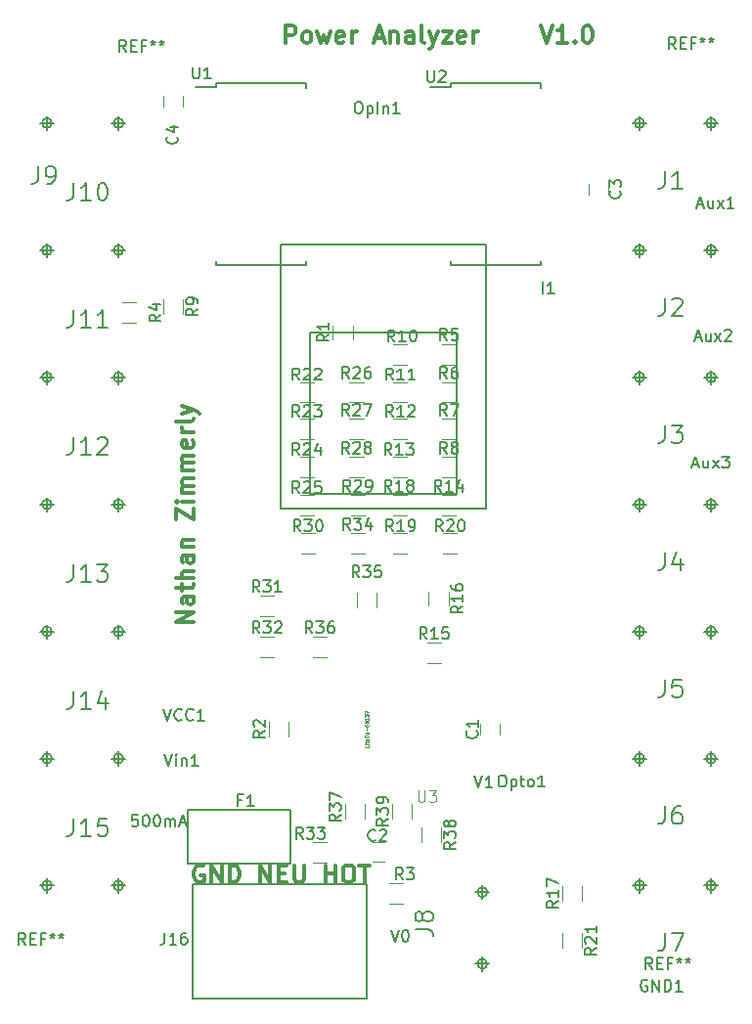
<source format=gbr>
G04 #@! TF.FileFunction,Legend,Top*
%FSLAX46Y46*%
G04 Gerber Fmt 4.6, Leading zero omitted, Abs format (unit mm)*
G04 Created by KiCad (PCBNEW 4.0.7) date Thursday, May 31, 2018 'PMt' 11:14:33 PM*
%MOMM*%
%LPD*%
G01*
G04 APERTURE LIST*
%ADD10C,0.100000*%
%ADD11C,0.300000*%
%ADD12C,0.150000*%
%ADD13C,0.120000*%
%ADD14C,0.127000*%
%ADD15C,0.075000*%
G04 APERTURE END LIST*
D10*
D11*
X61051428Y-104300000D02*
X60908571Y-104228571D01*
X60694285Y-104228571D01*
X60480000Y-104300000D01*
X60337142Y-104442857D01*
X60265714Y-104585714D01*
X60194285Y-104871429D01*
X60194285Y-105085714D01*
X60265714Y-105371429D01*
X60337142Y-105514286D01*
X60480000Y-105657143D01*
X60694285Y-105728571D01*
X60837142Y-105728571D01*
X61051428Y-105657143D01*
X61122857Y-105585714D01*
X61122857Y-105085714D01*
X60837142Y-105085714D01*
X61765714Y-105728571D02*
X61765714Y-104228571D01*
X62622857Y-105728571D01*
X62622857Y-104228571D01*
X63337143Y-105728571D02*
X63337143Y-104228571D01*
X63694286Y-104228571D01*
X63908571Y-104300000D01*
X64051429Y-104442857D01*
X64122857Y-104585714D01*
X64194286Y-104871429D01*
X64194286Y-105085714D01*
X64122857Y-105371429D01*
X64051429Y-105514286D01*
X63908571Y-105657143D01*
X63694286Y-105728571D01*
X63337143Y-105728571D01*
X65980000Y-105728571D02*
X65980000Y-104228571D01*
X66837143Y-105728571D01*
X66837143Y-104228571D01*
X67551429Y-104942857D02*
X68051429Y-104942857D01*
X68265715Y-105728571D02*
X67551429Y-105728571D01*
X67551429Y-104228571D01*
X68265715Y-104228571D01*
X68908572Y-104228571D02*
X68908572Y-105442857D01*
X68980000Y-105585714D01*
X69051429Y-105657143D01*
X69194286Y-105728571D01*
X69480000Y-105728571D01*
X69622858Y-105657143D01*
X69694286Y-105585714D01*
X69765715Y-105442857D01*
X69765715Y-104228571D01*
X71622858Y-105728571D02*
X71622858Y-104228571D01*
X71622858Y-104942857D02*
X72480001Y-104942857D01*
X72480001Y-105728571D02*
X72480001Y-104228571D01*
X73480001Y-104228571D02*
X73765715Y-104228571D01*
X73908573Y-104300000D01*
X74051430Y-104442857D01*
X74122858Y-104728571D01*
X74122858Y-105228571D01*
X74051430Y-105514286D01*
X73908573Y-105657143D01*
X73765715Y-105728571D01*
X73480001Y-105728571D01*
X73337144Y-105657143D01*
X73194287Y-105514286D01*
X73122858Y-105228571D01*
X73122858Y-104728571D01*
X73194287Y-104442857D01*
X73337144Y-104300000D01*
X73480001Y-104228571D01*
X74551430Y-104228571D02*
X75408573Y-104228571D01*
X74980002Y-105728571D02*
X74980002Y-104228571D01*
D12*
X55360477Y-99872381D02*
X54884286Y-99872381D01*
X54836667Y-100348571D01*
X54884286Y-100300952D01*
X54979524Y-100253333D01*
X55217620Y-100253333D01*
X55312858Y-100300952D01*
X55360477Y-100348571D01*
X55408096Y-100443810D01*
X55408096Y-100681905D01*
X55360477Y-100777143D01*
X55312858Y-100824762D01*
X55217620Y-100872381D01*
X54979524Y-100872381D01*
X54884286Y-100824762D01*
X54836667Y-100777143D01*
X56027143Y-99872381D02*
X56122382Y-99872381D01*
X56217620Y-99920000D01*
X56265239Y-99967619D01*
X56312858Y-100062857D01*
X56360477Y-100253333D01*
X56360477Y-100491429D01*
X56312858Y-100681905D01*
X56265239Y-100777143D01*
X56217620Y-100824762D01*
X56122382Y-100872381D01*
X56027143Y-100872381D01*
X55931905Y-100824762D01*
X55884286Y-100777143D01*
X55836667Y-100681905D01*
X55789048Y-100491429D01*
X55789048Y-100253333D01*
X55836667Y-100062857D01*
X55884286Y-99967619D01*
X55931905Y-99920000D01*
X56027143Y-99872381D01*
X56979524Y-99872381D02*
X57074763Y-99872381D01*
X57170001Y-99920000D01*
X57217620Y-99967619D01*
X57265239Y-100062857D01*
X57312858Y-100253333D01*
X57312858Y-100491429D01*
X57265239Y-100681905D01*
X57217620Y-100777143D01*
X57170001Y-100824762D01*
X57074763Y-100872381D01*
X56979524Y-100872381D01*
X56884286Y-100824762D01*
X56836667Y-100777143D01*
X56789048Y-100681905D01*
X56741429Y-100491429D01*
X56741429Y-100253333D01*
X56789048Y-100062857D01*
X56836667Y-99967619D01*
X56884286Y-99920000D01*
X56979524Y-99872381D01*
X57741429Y-100872381D02*
X57741429Y-100205714D01*
X57741429Y-100300952D02*
X57789048Y-100253333D01*
X57884286Y-100205714D01*
X58027144Y-100205714D01*
X58122382Y-100253333D01*
X58170001Y-100348571D01*
X58170001Y-100872381D01*
X58170001Y-100348571D02*
X58217620Y-100253333D01*
X58312858Y-100205714D01*
X58455715Y-100205714D01*
X58550953Y-100253333D01*
X58598572Y-100348571D01*
X58598572Y-100872381D01*
X59027143Y-100586667D02*
X59503334Y-100586667D01*
X58931905Y-100872381D02*
X59265238Y-99872381D01*
X59598572Y-100872381D01*
D11*
X60178571Y-83185714D02*
X58678571Y-83185714D01*
X60178571Y-82328571D01*
X58678571Y-82328571D01*
X60178571Y-80971428D02*
X59392857Y-80971428D01*
X59250000Y-81042857D01*
X59178571Y-81185714D01*
X59178571Y-81471428D01*
X59250000Y-81614285D01*
X60107143Y-80971428D02*
X60178571Y-81114285D01*
X60178571Y-81471428D01*
X60107143Y-81614285D01*
X59964286Y-81685714D01*
X59821429Y-81685714D01*
X59678571Y-81614285D01*
X59607143Y-81471428D01*
X59607143Y-81114285D01*
X59535714Y-80971428D01*
X59178571Y-80471428D02*
X59178571Y-79899999D01*
X58678571Y-80257142D02*
X59964286Y-80257142D01*
X60107143Y-80185714D01*
X60178571Y-80042856D01*
X60178571Y-79899999D01*
X60178571Y-79399999D02*
X58678571Y-79399999D01*
X60178571Y-78757142D02*
X59392857Y-78757142D01*
X59250000Y-78828571D01*
X59178571Y-78971428D01*
X59178571Y-79185713D01*
X59250000Y-79328571D01*
X59321429Y-79399999D01*
X60178571Y-77399999D02*
X59392857Y-77399999D01*
X59250000Y-77471428D01*
X59178571Y-77614285D01*
X59178571Y-77899999D01*
X59250000Y-78042856D01*
X60107143Y-77399999D02*
X60178571Y-77542856D01*
X60178571Y-77899999D01*
X60107143Y-78042856D01*
X59964286Y-78114285D01*
X59821429Y-78114285D01*
X59678571Y-78042856D01*
X59607143Y-77899999D01*
X59607143Y-77542856D01*
X59535714Y-77399999D01*
X59178571Y-76685713D02*
X60178571Y-76685713D01*
X59321429Y-76685713D02*
X59250000Y-76614285D01*
X59178571Y-76471427D01*
X59178571Y-76257142D01*
X59250000Y-76114285D01*
X59392857Y-76042856D01*
X60178571Y-76042856D01*
X58678571Y-74328570D02*
X58678571Y-73328570D01*
X60178571Y-74328570D01*
X60178571Y-73328570D01*
X60178571Y-72757142D02*
X59178571Y-72757142D01*
X58678571Y-72757142D02*
X58750000Y-72828571D01*
X58821429Y-72757142D01*
X58750000Y-72685714D01*
X58678571Y-72757142D01*
X58821429Y-72757142D01*
X60178571Y-72042856D02*
X59178571Y-72042856D01*
X59321429Y-72042856D02*
X59250000Y-71971428D01*
X59178571Y-71828570D01*
X59178571Y-71614285D01*
X59250000Y-71471428D01*
X59392857Y-71399999D01*
X60178571Y-71399999D01*
X59392857Y-71399999D02*
X59250000Y-71328570D01*
X59178571Y-71185713D01*
X59178571Y-70971428D01*
X59250000Y-70828570D01*
X59392857Y-70757142D01*
X60178571Y-70757142D01*
X60178571Y-70042856D02*
X59178571Y-70042856D01*
X59321429Y-70042856D02*
X59250000Y-69971428D01*
X59178571Y-69828570D01*
X59178571Y-69614285D01*
X59250000Y-69471428D01*
X59392857Y-69399999D01*
X60178571Y-69399999D01*
X59392857Y-69399999D02*
X59250000Y-69328570D01*
X59178571Y-69185713D01*
X59178571Y-68971428D01*
X59250000Y-68828570D01*
X59392857Y-68757142D01*
X60178571Y-68757142D01*
X60107143Y-67471428D02*
X60178571Y-67614285D01*
X60178571Y-67899999D01*
X60107143Y-68042856D01*
X59964286Y-68114285D01*
X59392857Y-68114285D01*
X59250000Y-68042856D01*
X59178571Y-67899999D01*
X59178571Y-67614285D01*
X59250000Y-67471428D01*
X59392857Y-67399999D01*
X59535714Y-67399999D01*
X59678571Y-68114285D01*
X60178571Y-66757142D02*
X59178571Y-66757142D01*
X59464286Y-66757142D02*
X59321429Y-66685714D01*
X59250000Y-66614285D01*
X59178571Y-66471428D01*
X59178571Y-66328571D01*
X60178571Y-65614285D02*
X60107143Y-65757143D01*
X59964286Y-65828571D01*
X58678571Y-65828571D01*
X59178571Y-65185714D02*
X60178571Y-64828571D01*
X59178571Y-64471429D02*
X60178571Y-64828571D01*
X60535714Y-64971429D01*
X60607143Y-65042857D01*
X60678571Y-65185714D01*
X68185715Y-33078571D02*
X68185715Y-31578571D01*
X68757143Y-31578571D01*
X68900001Y-31650000D01*
X68971429Y-31721429D01*
X69042858Y-31864286D01*
X69042858Y-32078571D01*
X68971429Y-32221429D01*
X68900001Y-32292857D01*
X68757143Y-32364286D01*
X68185715Y-32364286D01*
X69900001Y-33078571D02*
X69757143Y-33007143D01*
X69685715Y-32935714D01*
X69614286Y-32792857D01*
X69614286Y-32364286D01*
X69685715Y-32221429D01*
X69757143Y-32150000D01*
X69900001Y-32078571D01*
X70114286Y-32078571D01*
X70257143Y-32150000D01*
X70328572Y-32221429D01*
X70400001Y-32364286D01*
X70400001Y-32792857D01*
X70328572Y-32935714D01*
X70257143Y-33007143D01*
X70114286Y-33078571D01*
X69900001Y-33078571D01*
X70900001Y-32078571D02*
X71185715Y-33078571D01*
X71471429Y-32364286D01*
X71757144Y-33078571D01*
X72042858Y-32078571D01*
X73185715Y-33007143D02*
X73042858Y-33078571D01*
X72757144Y-33078571D01*
X72614287Y-33007143D01*
X72542858Y-32864286D01*
X72542858Y-32292857D01*
X72614287Y-32150000D01*
X72757144Y-32078571D01*
X73042858Y-32078571D01*
X73185715Y-32150000D01*
X73257144Y-32292857D01*
X73257144Y-32435714D01*
X72542858Y-32578571D01*
X73900001Y-33078571D02*
X73900001Y-32078571D01*
X73900001Y-32364286D02*
X73971429Y-32221429D01*
X74042858Y-32150000D01*
X74185715Y-32078571D01*
X74328572Y-32078571D01*
X75900000Y-32650000D02*
X76614286Y-32650000D01*
X75757143Y-33078571D02*
X76257143Y-31578571D01*
X76757143Y-33078571D01*
X77257143Y-32078571D02*
X77257143Y-33078571D01*
X77257143Y-32221429D02*
X77328571Y-32150000D01*
X77471429Y-32078571D01*
X77685714Y-32078571D01*
X77828571Y-32150000D01*
X77900000Y-32292857D01*
X77900000Y-33078571D01*
X79257143Y-33078571D02*
X79257143Y-32292857D01*
X79185714Y-32150000D01*
X79042857Y-32078571D01*
X78757143Y-32078571D01*
X78614286Y-32150000D01*
X79257143Y-33007143D02*
X79114286Y-33078571D01*
X78757143Y-33078571D01*
X78614286Y-33007143D01*
X78542857Y-32864286D01*
X78542857Y-32721429D01*
X78614286Y-32578571D01*
X78757143Y-32507143D01*
X79114286Y-32507143D01*
X79257143Y-32435714D01*
X80185715Y-33078571D02*
X80042857Y-33007143D01*
X79971429Y-32864286D01*
X79971429Y-31578571D01*
X80614286Y-32078571D02*
X80971429Y-33078571D01*
X81328571Y-32078571D02*
X80971429Y-33078571D01*
X80828571Y-33435714D01*
X80757143Y-33507143D01*
X80614286Y-33578571D01*
X81757143Y-32078571D02*
X82542857Y-32078571D01*
X81757143Y-33078571D01*
X82542857Y-33078571D01*
X83685714Y-33007143D02*
X83542857Y-33078571D01*
X83257143Y-33078571D01*
X83114286Y-33007143D01*
X83042857Y-32864286D01*
X83042857Y-32292857D01*
X83114286Y-32150000D01*
X83257143Y-32078571D01*
X83542857Y-32078571D01*
X83685714Y-32150000D01*
X83757143Y-32292857D01*
X83757143Y-32435714D01*
X83042857Y-32578571D01*
X84400000Y-33078571D02*
X84400000Y-32078571D01*
X84400000Y-32364286D02*
X84471428Y-32221429D01*
X84542857Y-32150000D01*
X84685714Y-32078571D01*
X84828571Y-32078571D01*
X90294286Y-31578571D02*
X90794286Y-33078571D01*
X91294286Y-31578571D01*
X92580000Y-33078571D02*
X91722857Y-33078571D01*
X92151429Y-33078571D02*
X92151429Y-31578571D01*
X92008572Y-31792857D01*
X91865714Y-31935714D01*
X91722857Y-32007143D01*
X93222857Y-32935714D02*
X93294285Y-33007143D01*
X93222857Y-33078571D01*
X93151428Y-33007143D01*
X93222857Y-32935714D01*
X93222857Y-33078571D01*
X94222857Y-31578571D02*
X94365714Y-31578571D01*
X94508571Y-31650000D01*
X94580000Y-31721429D01*
X94651429Y-31864286D01*
X94722857Y-32150000D01*
X94722857Y-32507143D01*
X94651429Y-32792857D01*
X94580000Y-32935714D01*
X94508571Y-33007143D01*
X94365714Y-33078571D01*
X94222857Y-33078571D01*
X94080000Y-33007143D01*
X94008571Y-32935714D01*
X93937143Y-32792857D01*
X93865714Y-32507143D01*
X93865714Y-32150000D01*
X93937143Y-31864286D01*
X94008571Y-31721429D01*
X94080000Y-31650000D01*
X94222857Y-31578571D01*
D13*
X85002000Y-91956000D02*
X85002000Y-92956000D01*
X86702000Y-92956000D02*
X86702000Y-91956000D01*
X75700000Y-103974000D02*
X76700000Y-103974000D01*
X76700000Y-102274000D02*
X75700000Y-102274000D01*
X96100000Y-46220000D02*
X96100000Y-45220000D01*
X94400000Y-45220000D02*
X94400000Y-46220000D01*
X59270000Y-38600000D02*
X59270000Y-37600000D01*
X57570000Y-37600000D02*
X57570000Y-38600000D01*
D12*
X68580000Y-99470000D02*
X59690000Y-99470000D01*
X59690000Y-104140000D02*
X59690000Y-99470000D01*
X68580000Y-104140000D02*
X68580000Y-99470000D01*
X68580000Y-104140000D02*
X59690000Y-104140000D01*
X60150000Y-105900000D02*
X60150000Y-115800000D01*
X60150000Y-115800000D02*
X75150000Y-115800000D01*
X75150000Y-115800000D02*
X75150000Y-105900000D01*
X60150000Y-105900000D02*
X75150000Y-105900000D01*
D13*
X73980000Y-57500000D02*
X73980000Y-58700000D01*
X72220000Y-58700000D02*
X72220000Y-57500000D01*
X68444000Y-91856000D02*
X68444000Y-93056000D01*
X66684000Y-93056000D02*
X66684000Y-91856000D01*
X78324000Y-107560000D02*
X77124000Y-107560000D01*
X77124000Y-105800000D02*
X78324000Y-105800000D01*
X54010000Y-55508000D02*
X55210000Y-55508000D01*
X55210000Y-57268000D02*
X54010000Y-57268000D01*
X82900000Y-60880000D02*
X81700000Y-60880000D01*
X81700000Y-59120000D02*
X82900000Y-59120000D01*
X82900000Y-64180000D02*
X81700000Y-64180000D01*
X81700000Y-62420000D02*
X82900000Y-62420000D01*
X82900000Y-67380000D02*
X81700000Y-67380000D01*
X81700000Y-65620000D02*
X82900000Y-65620000D01*
X82900000Y-70680000D02*
X81700000Y-70680000D01*
X81700000Y-68920000D02*
X82900000Y-68920000D01*
X59300000Y-55280000D02*
X59300000Y-56480000D01*
X57540000Y-56480000D02*
X57540000Y-55280000D01*
X77500000Y-59120000D02*
X78700000Y-59120000D01*
X78700000Y-60880000D02*
X77500000Y-60880000D01*
X77500000Y-62420000D02*
X78700000Y-62420000D01*
X78700000Y-64180000D02*
X77500000Y-64180000D01*
X77500000Y-65620000D02*
X78700000Y-65620000D01*
X78700000Y-67380000D02*
X77500000Y-67380000D01*
X77500000Y-68920000D02*
X78700000Y-68920000D01*
X78700000Y-70680000D02*
X77500000Y-70680000D01*
X82900000Y-73980000D02*
X81700000Y-73980000D01*
X81700000Y-72220000D02*
X82900000Y-72220000D01*
X81626000Y-86732000D02*
X80426000Y-86732000D01*
X80426000Y-84972000D02*
X81626000Y-84972000D01*
X80527000Y-81753000D02*
X80527000Y-80553000D01*
X82287000Y-80553000D02*
X82287000Y-81753000D01*
X93844000Y-106080000D02*
X93844000Y-107280000D01*
X92084000Y-107280000D02*
X92084000Y-106080000D01*
X77500000Y-72220000D02*
X78700000Y-72220000D01*
X78700000Y-73980000D02*
X77500000Y-73980000D01*
X77500000Y-75520000D02*
X78700000Y-75520000D01*
X78700000Y-77280000D02*
X77500000Y-77280000D01*
X81800000Y-75520000D02*
X83000000Y-75520000D01*
X83000000Y-77280000D02*
X81800000Y-77280000D01*
X92084000Y-111344000D02*
X92084000Y-110144000D01*
X93844000Y-110144000D02*
X93844000Y-111344000D01*
X69400000Y-62420000D02*
X70600000Y-62420000D01*
X70600000Y-64180000D02*
X69400000Y-64180000D01*
X69400000Y-65620000D02*
X70600000Y-65620000D01*
X70600000Y-67380000D02*
X69400000Y-67380000D01*
X69400000Y-68920000D02*
X70600000Y-68920000D01*
X70600000Y-70680000D02*
X69400000Y-70680000D01*
X69400000Y-72220000D02*
X70600000Y-72220000D01*
X70600000Y-73980000D02*
X69400000Y-73980000D01*
X74900000Y-64180000D02*
X73700000Y-64180000D01*
X73700000Y-62420000D02*
X74900000Y-62420000D01*
X74900000Y-67380000D02*
X73700000Y-67380000D01*
X73700000Y-65620000D02*
X74900000Y-65620000D01*
X74900000Y-70680000D02*
X73700000Y-70680000D01*
X73700000Y-68920000D02*
X74900000Y-68920000D01*
X75000000Y-73980000D02*
X73800000Y-73980000D01*
X73800000Y-72220000D02*
X75000000Y-72220000D01*
X69500000Y-75520000D02*
X70700000Y-75520000D01*
X70700000Y-77280000D02*
X69500000Y-77280000D01*
X65948000Y-80908000D02*
X67148000Y-80908000D01*
X67148000Y-82668000D02*
X65948000Y-82668000D01*
X65948000Y-84464000D02*
X67148000Y-84464000D01*
X67148000Y-86224000D02*
X65948000Y-86224000D01*
X71720000Y-104004000D02*
X70520000Y-104004000D01*
X70520000Y-102244000D02*
X71720000Y-102244000D01*
X75000000Y-77280000D02*
X73800000Y-77280000D01*
X73800000Y-75520000D02*
X75000000Y-75520000D01*
X74304000Y-81880000D02*
X74304000Y-80680000D01*
X76064000Y-80680000D02*
X76064000Y-81880000D01*
X71720000Y-86224000D02*
X70520000Y-86224000D01*
X70520000Y-84464000D02*
X71720000Y-84464000D01*
X75048000Y-98968000D02*
X75048000Y-100168000D01*
X73288000Y-100168000D02*
X73288000Y-98968000D01*
X79892000Y-102200000D02*
X79892000Y-101000000D01*
X81652000Y-101000000D02*
X81652000Y-102200000D01*
X79112000Y-98968000D02*
X79112000Y-100168000D01*
X77352000Y-100168000D02*
X77352000Y-98968000D01*
D12*
X62165000Y-36575000D02*
X62165000Y-36850000D01*
X69915000Y-36575000D02*
X69915000Y-36940000D01*
X69915000Y-52325000D02*
X69915000Y-51960000D01*
X62165000Y-52325000D02*
X62165000Y-51960000D01*
X62165000Y-36575000D02*
X69915000Y-36575000D01*
X62165000Y-52325000D02*
X69915000Y-52325000D01*
X62165000Y-36850000D02*
X60340000Y-36850000D01*
X82485000Y-36575000D02*
X82485000Y-36850000D01*
X90235000Y-36575000D02*
X90235000Y-36940000D01*
X90235000Y-52325000D02*
X90235000Y-51960000D01*
X82485000Y-52325000D02*
X82485000Y-51960000D01*
X82485000Y-36575000D02*
X90235000Y-36575000D01*
X82485000Y-52325000D02*
X90235000Y-52325000D01*
X82485000Y-36850000D02*
X80660000Y-36850000D01*
X82950000Y-72110000D02*
X82950000Y-58140000D01*
X82950000Y-58140000D02*
X70250000Y-58140000D01*
X70250000Y-58140000D02*
X70250000Y-72110000D01*
X70250000Y-72110000D02*
X82950000Y-72110000D01*
X85490000Y-73380000D02*
X67710000Y-73380000D01*
X67710000Y-73380000D02*
X67710000Y-50520000D01*
X67710000Y-50520000D02*
X85490000Y-50520000D01*
X85490000Y-50520000D02*
X85490000Y-73380000D01*
D14*
X105426208Y-40000000D02*
G75*
G03X105426208Y-40000000I-423868J0D01*
G01*
X105601780Y-40000000D02*
X104400360Y-40000000D01*
X105002340Y-39400560D02*
X105002340Y-40599440D01*
X99225968Y-40000000D02*
G75*
G03X99225968Y-40000000I-423868J0D01*
G01*
X99401540Y-40000000D02*
X98200120Y-40000000D01*
X98802100Y-39400560D02*
X98802100Y-40599440D01*
X105426208Y-51000000D02*
G75*
G03X105426208Y-51000000I-423868J0D01*
G01*
X105601780Y-51000000D02*
X104400360Y-51000000D01*
X105002340Y-50400560D02*
X105002340Y-51599440D01*
X99225968Y-51000000D02*
G75*
G03X99225968Y-51000000I-423868J0D01*
G01*
X99401540Y-51000000D02*
X98200120Y-51000000D01*
X98802100Y-50400560D02*
X98802100Y-51599440D01*
X105426208Y-62000000D02*
G75*
G03X105426208Y-62000000I-423868J0D01*
G01*
X105601780Y-62000000D02*
X104400360Y-62000000D01*
X105002340Y-61400560D02*
X105002340Y-62599440D01*
X99225968Y-62000000D02*
G75*
G03X99225968Y-62000000I-423868J0D01*
G01*
X99401540Y-62000000D02*
X98200120Y-62000000D01*
X98802100Y-61400560D02*
X98802100Y-62599440D01*
X105426208Y-73000000D02*
G75*
G03X105426208Y-73000000I-423868J0D01*
G01*
X105601780Y-73000000D02*
X104400360Y-73000000D01*
X105002340Y-72400560D02*
X105002340Y-73599440D01*
X99225968Y-73000000D02*
G75*
G03X99225968Y-73000000I-423868J0D01*
G01*
X99401540Y-73000000D02*
X98200120Y-73000000D01*
X98802100Y-72400560D02*
X98802100Y-73599440D01*
X105426208Y-84000000D02*
G75*
G03X105426208Y-84000000I-423868J0D01*
G01*
X105601780Y-84000000D02*
X104400360Y-84000000D01*
X105002340Y-83400560D02*
X105002340Y-84599440D01*
X99225968Y-84000000D02*
G75*
G03X99225968Y-84000000I-423868J0D01*
G01*
X99401540Y-84000000D02*
X98200120Y-84000000D01*
X98802100Y-83400560D02*
X98802100Y-84599440D01*
X105426208Y-95000000D02*
G75*
G03X105426208Y-95000000I-423868J0D01*
G01*
X105601780Y-95000000D02*
X104400360Y-95000000D01*
X105002340Y-94400560D02*
X105002340Y-95599440D01*
X99225968Y-95000000D02*
G75*
G03X99225968Y-95000000I-423868J0D01*
G01*
X99401540Y-95000000D02*
X98200120Y-95000000D01*
X98802100Y-94400560D02*
X98802100Y-95599440D01*
X105426208Y-106000000D02*
G75*
G03X105426208Y-106000000I-423868J0D01*
G01*
X105601780Y-106000000D02*
X104400360Y-106000000D01*
X105002340Y-105400560D02*
X105002340Y-106599440D01*
X99225968Y-106000000D02*
G75*
G03X99225968Y-106000000I-423868J0D01*
G01*
X99401540Y-106000000D02*
X98200120Y-106000000D01*
X98802100Y-105400560D02*
X98802100Y-106599440D01*
X85623868Y-112777340D02*
G75*
G03X85623868Y-112777340I-423868J0D01*
G01*
X85200000Y-113376780D02*
X85200000Y-112175360D01*
X85799440Y-112777340D02*
X84600560Y-112777340D01*
X85623868Y-106577100D02*
G75*
G03X85623868Y-106577100I-423868J0D01*
G01*
X85200000Y-107176540D02*
X85200000Y-105975120D01*
X85799440Y-106577100D02*
X84600560Y-106577100D01*
X47921528Y-40000000D02*
G75*
G03X47921528Y-40000000I-423868J0D01*
G01*
X46898220Y-40000000D02*
X48099640Y-40000000D01*
X47497660Y-40599440D02*
X47497660Y-39400560D01*
X54121768Y-40000000D02*
G75*
G03X54121768Y-40000000I-423868J0D01*
G01*
X53098460Y-40000000D02*
X54299880Y-40000000D01*
X53697900Y-40599440D02*
X53697900Y-39400560D01*
X47921528Y-51000000D02*
G75*
G03X47921528Y-51000000I-423868J0D01*
G01*
X46898220Y-51000000D02*
X48099640Y-51000000D01*
X47497660Y-51599440D02*
X47497660Y-50400560D01*
X54121768Y-51000000D02*
G75*
G03X54121768Y-51000000I-423868J0D01*
G01*
X53098460Y-51000000D02*
X54299880Y-51000000D01*
X53697900Y-51599440D02*
X53697900Y-50400560D01*
X47921528Y-62000000D02*
G75*
G03X47921528Y-62000000I-423868J0D01*
G01*
X46898220Y-62000000D02*
X48099640Y-62000000D01*
X47497660Y-62599440D02*
X47497660Y-61400560D01*
X54121768Y-62000000D02*
G75*
G03X54121768Y-62000000I-423868J0D01*
G01*
X53098460Y-62000000D02*
X54299880Y-62000000D01*
X53697900Y-62599440D02*
X53697900Y-61400560D01*
X47921528Y-73000000D02*
G75*
G03X47921528Y-73000000I-423868J0D01*
G01*
X46898220Y-73000000D02*
X48099640Y-73000000D01*
X47497660Y-73599440D02*
X47497660Y-72400560D01*
X54121768Y-73000000D02*
G75*
G03X54121768Y-73000000I-423868J0D01*
G01*
X53098460Y-73000000D02*
X54299880Y-73000000D01*
X53697900Y-73599440D02*
X53697900Y-72400560D01*
X47921528Y-84000000D02*
G75*
G03X47921528Y-84000000I-423868J0D01*
G01*
X46898220Y-84000000D02*
X48099640Y-84000000D01*
X47497660Y-84599440D02*
X47497660Y-83400560D01*
X54121768Y-84000000D02*
G75*
G03X54121768Y-84000000I-423868J0D01*
G01*
X53098460Y-84000000D02*
X54299880Y-84000000D01*
X53697900Y-84599440D02*
X53697900Y-83400560D01*
X47921528Y-95000000D02*
G75*
G03X47921528Y-95000000I-423868J0D01*
G01*
X46898220Y-95000000D02*
X48099640Y-95000000D01*
X47497660Y-95599440D02*
X47497660Y-94400560D01*
X54121768Y-95000000D02*
G75*
G03X54121768Y-95000000I-423868J0D01*
G01*
X53098460Y-95000000D02*
X54299880Y-95000000D01*
X53697900Y-95599440D02*
X53697900Y-94400560D01*
X47921528Y-106000000D02*
G75*
G03X47921528Y-106000000I-423868J0D01*
G01*
X46898220Y-106000000D02*
X48099640Y-106000000D01*
X47497660Y-106599440D02*
X47497660Y-105400560D01*
X54121768Y-106000000D02*
G75*
G03X54121768Y-106000000I-423868J0D01*
G01*
X53098460Y-106000000D02*
X54299880Y-106000000D01*
X53697900Y-106599440D02*
X53697900Y-105400560D01*
D12*
X84709143Y-92622666D02*
X84756762Y-92670285D01*
X84804381Y-92813142D01*
X84804381Y-92908380D01*
X84756762Y-93051238D01*
X84661524Y-93146476D01*
X84566286Y-93194095D01*
X84375810Y-93241714D01*
X84232952Y-93241714D01*
X84042476Y-93194095D01*
X83947238Y-93146476D01*
X83852000Y-93051238D01*
X83804381Y-92908380D01*
X83804381Y-92813142D01*
X83852000Y-92670285D01*
X83899619Y-92622666D01*
X84804381Y-91670285D02*
X84804381Y-92241714D01*
X84804381Y-91956000D02*
X83804381Y-91956000D01*
X83947238Y-92051238D01*
X84042476Y-92146476D01*
X84090095Y-92241714D01*
X75933334Y-102057143D02*
X75885715Y-102104762D01*
X75742858Y-102152381D01*
X75647620Y-102152381D01*
X75504762Y-102104762D01*
X75409524Y-102009524D01*
X75361905Y-101914286D01*
X75314286Y-101723810D01*
X75314286Y-101580952D01*
X75361905Y-101390476D01*
X75409524Y-101295238D01*
X75504762Y-101200000D01*
X75647620Y-101152381D01*
X75742858Y-101152381D01*
X75885715Y-101200000D01*
X75933334Y-101247619D01*
X76314286Y-101247619D02*
X76361905Y-101200000D01*
X76457143Y-101152381D01*
X76695239Y-101152381D01*
X76790477Y-101200000D01*
X76838096Y-101247619D01*
X76885715Y-101342857D01*
X76885715Y-101438095D01*
X76838096Y-101580952D01*
X76266667Y-102152381D01*
X76885715Y-102152381D01*
X97107143Y-45886666D02*
X97154762Y-45934285D01*
X97202381Y-46077142D01*
X97202381Y-46172380D01*
X97154762Y-46315238D01*
X97059524Y-46410476D01*
X96964286Y-46458095D01*
X96773810Y-46505714D01*
X96630952Y-46505714D01*
X96440476Y-46458095D01*
X96345238Y-46410476D01*
X96250000Y-46315238D01*
X96202381Y-46172380D01*
X96202381Y-46077142D01*
X96250000Y-45934285D01*
X96297619Y-45886666D01*
X96202381Y-45553333D02*
X96202381Y-44934285D01*
X96583333Y-45267619D01*
X96583333Y-45124761D01*
X96630952Y-45029523D01*
X96678571Y-44981904D01*
X96773810Y-44934285D01*
X97011905Y-44934285D01*
X97107143Y-44981904D01*
X97154762Y-45029523D01*
X97202381Y-45124761D01*
X97202381Y-45410476D01*
X97154762Y-45505714D01*
X97107143Y-45553333D01*
X58757143Y-41166666D02*
X58804762Y-41214285D01*
X58852381Y-41357142D01*
X58852381Y-41452380D01*
X58804762Y-41595238D01*
X58709524Y-41690476D01*
X58614286Y-41738095D01*
X58423810Y-41785714D01*
X58280952Y-41785714D01*
X58090476Y-41738095D01*
X57995238Y-41690476D01*
X57900000Y-41595238D01*
X57852381Y-41452380D01*
X57852381Y-41357142D01*
X57900000Y-41214285D01*
X57947619Y-41166666D01*
X58185714Y-40309523D02*
X58852381Y-40309523D01*
X57804762Y-40547619D02*
X58519048Y-40785714D01*
X58519048Y-40166666D01*
X64376667Y-98608571D02*
X64043333Y-98608571D01*
X64043333Y-99132381D02*
X64043333Y-98132381D01*
X64519524Y-98132381D01*
X65424286Y-99132381D02*
X64852857Y-99132381D01*
X65138571Y-99132381D02*
X65138571Y-98132381D01*
X65043333Y-98275238D01*
X64948095Y-98370476D01*
X64852857Y-98418095D01*
X57700477Y-110092381D02*
X57700477Y-110806667D01*
X57652857Y-110949524D01*
X57557619Y-111044762D01*
X57414762Y-111092381D01*
X57319524Y-111092381D01*
X58700477Y-111092381D02*
X58129048Y-111092381D01*
X58414762Y-111092381D02*
X58414762Y-110092381D01*
X58319524Y-110235238D01*
X58224286Y-110330476D01*
X58129048Y-110378095D01*
X59557620Y-110092381D02*
X59367143Y-110092381D01*
X59271905Y-110140000D01*
X59224286Y-110187619D01*
X59129048Y-110330476D01*
X59081429Y-110520952D01*
X59081429Y-110901905D01*
X59129048Y-110997143D01*
X59176667Y-111044762D01*
X59271905Y-111092381D01*
X59462382Y-111092381D01*
X59557620Y-111044762D01*
X59605239Y-110997143D01*
X59652858Y-110901905D01*
X59652858Y-110663810D01*
X59605239Y-110568571D01*
X59557620Y-110520952D01*
X59462382Y-110473333D01*
X59271905Y-110473333D01*
X59176667Y-110520952D01*
X59129048Y-110568571D01*
X59081429Y-110663810D01*
X74385714Y-38152381D02*
X74576191Y-38152381D01*
X74671429Y-38200000D01*
X74766667Y-38295238D01*
X74814286Y-38485714D01*
X74814286Y-38819048D01*
X74766667Y-39009524D01*
X74671429Y-39104762D01*
X74576191Y-39152381D01*
X74385714Y-39152381D01*
X74290476Y-39104762D01*
X74195238Y-39009524D01*
X74147619Y-38819048D01*
X74147619Y-38485714D01*
X74195238Y-38295238D01*
X74290476Y-38200000D01*
X74385714Y-38152381D01*
X75242857Y-38485714D02*
X75242857Y-39485714D01*
X75242857Y-38533333D02*
X75338095Y-38485714D01*
X75528572Y-38485714D01*
X75623810Y-38533333D01*
X75671429Y-38580952D01*
X75719048Y-38676190D01*
X75719048Y-38961905D01*
X75671429Y-39057143D01*
X75623810Y-39104762D01*
X75528572Y-39152381D01*
X75338095Y-39152381D01*
X75242857Y-39104762D01*
X76147619Y-39152381D02*
X76147619Y-38152381D01*
X76623809Y-38485714D02*
X76623809Y-39152381D01*
X76623809Y-38580952D02*
X76671428Y-38533333D01*
X76766666Y-38485714D01*
X76909524Y-38485714D01*
X77004762Y-38533333D01*
X77052381Y-38628571D01*
X77052381Y-39152381D01*
X78052381Y-39152381D02*
X77480952Y-39152381D01*
X77766666Y-39152381D02*
X77766666Y-38152381D01*
X77671428Y-38295238D01*
X77576190Y-38390476D01*
X77480952Y-38438095D01*
X71902381Y-58266666D02*
X71426190Y-58600000D01*
X71902381Y-58838095D02*
X70902381Y-58838095D01*
X70902381Y-58457142D01*
X70950000Y-58361904D01*
X70997619Y-58314285D01*
X71092857Y-58266666D01*
X71235714Y-58266666D01*
X71330952Y-58314285D01*
X71378571Y-58361904D01*
X71426190Y-58457142D01*
X71426190Y-58838095D01*
X71902381Y-57314285D02*
X71902381Y-57885714D01*
X71902381Y-57600000D02*
X70902381Y-57600000D01*
X71045238Y-57695238D01*
X71140476Y-57790476D01*
X71188095Y-57885714D01*
X66366381Y-92622666D02*
X65890190Y-92956000D01*
X66366381Y-93194095D02*
X65366381Y-93194095D01*
X65366381Y-92813142D01*
X65414000Y-92717904D01*
X65461619Y-92670285D01*
X65556857Y-92622666D01*
X65699714Y-92622666D01*
X65794952Y-92670285D01*
X65842571Y-92717904D01*
X65890190Y-92813142D01*
X65890190Y-93194095D01*
X65461619Y-92241714D02*
X65414000Y-92194095D01*
X65366381Y-92098857D01*
X65366381Y-91860761D01*
X65414000Y-91765523D01*
X65461619Y-91717904D01*
X65556857Y-91670285D01*
X65652095Y-91670285D01*
X65794952Y-91717904D01*
X66366381Y-92289333D01*
X66366381Y-91670285D01*
X78319334Y-105481381D02*
X77986000Y-105005190D01*
X77747905Y-105481381D02*
X77747905Y-104481381D01*
X78128858Y-104481381D01*
X78224096Y-104529000D01*
X78271715Y-104576619D01*
X78319334Y-104671857D01*
X78319334Y-104814714D01*
X78271715Y-104909952D01*
X78224096Y-104957571D01*
X78128858Y-105005190D01*
X77747905Y-105005190D01*
X78652667Y-104481381D02*
X79271715Y-104481381D01*
X78938381Y-104862333D01*
X79081239Y-104862333D01*
X79176477Y-104909952D01*
X79224096Y-104957571D01*
X79271715Y-105052810D01*
X79271715Y-105290905D01*
X79224096Y-105386143D01*
X79176477Y-105433762D01*
X79081239Y-105481381D01*
X78795524Y-105481381D01*
X78700286Y-105433762D01*
X78652667Y-105386143D01*
X57352381Y-56566666D02*
X56876190Y-56900000D01*
X57352381Y-57138095D02*
X56352381Y-57138095D01*
X56352381Y-56757142D01*
X56400000Y-56661904D01*
X56447619Y-56614285D01*
X56542857Y-56566666D01*
X56685714Y-56566666D01*
X56780952Y-56614285D01*
X56828571Y-56661904D01*
X56876190Y-56757142D01*
X56876190Y-57138095D01*
X56685714Y-55709523D02*
X57352381Y-55709523D01*
X56304762Y-55947619D02*
X57019048Y-56185714D01*
X57019048Y-55566666D01*
X82133334Y-58802381D02*
X81800000Y-58326190D01*
X81561905Y-58802381D02*
X81561905Y-57802381D01*
X81942858Y-57802381D01*
X82038096Y-57850000D01*
X82085715Y-57897619D01*
X82133334Y-57992857D01*
X82133334Y-58135714D01*
X82085715Y-58230952D01*
X82038096Y-58278571D01*
X81942858Y-58326190D01*
X81561905Y-58326190D01*
X83038096Y-57802381D02*
X82561905Y-57802381D01*
X82514286Y-58278571D01*
X82561905Y-58230952D01*
X82657143Y-58183333D01*
X82895239Y-58183333D01*
X82990477Y-58230952D01*
X83038096Y-58278571D01*
X83085715Y-58373810D01*
X83085715Y-58611905D01*
X83038096Y-58707143D01*
X82990477Y-58754762D01*
X82895239Y-58802381D01*
X82657143Y-58802381D01*
X82561905Y-58754762D01*
X82514286Y-58707143D01*
X82133334Y-62102381D02*
X81800000Y-61626190D01*
X81561905Y-62102381D02*
X81561905Y-61102381D01*
X81942858Y-61102381D01*
X82038096Y-61150000D01*
X82085715Y-61197619D01*
X82133334Y-61292857D01*
X82133334Y-61435714D01*
X82085715Y-61530952D01*
X82038096Y-61578571D01*
X81942858Y-61626190D01*
X81561905Y-61626190D01*
X82990477Y-61102381D02*
X82800000Y-61102381D01*
X82704762Y-61150000D01*
X82657143Y-61197619D01*
X82561905Y-61340476D01*
X82514286Y-61530952D01*
X82514286Y-61911905D01*
X82561905Y-62007143D01*
X82609524Y-62054762D01*
X82704762Y-62102381D01*
X82895239Y-62102381D01*
X82990477Y-62054762D01*
X83038096Y-62007143D01*
X83085715Y-61911905D01*
X83085715Y-61673810D01*
X83038096Y-61578571D01*
X82990477Y-61530952D01*
X82895239Y-61483333D01*
X82704762Y-61483333D01*
X82609524Y-61530952D01*
X82561905Y-61578571D01*
X82514286Y-61673810D01*
X82133334Y-65302381D02*
X81800000Y-64826190D01*
X81561905Y-65302381D02*
X81561905Y-64302381D01*
X81942858Y-64302381D01*
X82038096Y-64350000D01*
X82085715Y-64397619D01*
X82133334Y-64492857D01*
X82133334Y-64635714D01*
X82085715Y-64730952D01*
X82038096Y-64778571D01*
X81942858Y-64826190D01*
X81561905Y-64826190D01*
X82466667Y-64302381D02*
X83133334Y-64302381D01*
X82704762Y-65302381D01*
X82133334Y-68602381D02*
X81800000Y-68126190D01*
X81561905Y-68602381D02*
X81561905Y-67602381D01*
X81942858Y-67602381D01*
X82038096Y-67650000D01*
X82085715Y-67697619D01*
X82133334Y-67792857D01*
X82133334Y-67935714D01*
X82085715Y-68030952D01*
X82038096Y-68078571D01*
X81942858Y-68126190D01*
X81561905Y-68126190D01*
X82704762Y-68030952D02*
X82609524Y-67983333D01*
X82561905Y-67935714D01*
X82514286Y-67840476D01*
X82514286Y-67792857D01*
X82561905Y-67697619D01*
X82609524Y-67650000D01*
X82704762Y-67602381D01*
X82895239Y-67602381D01*
X82990477Y-67650000D01*
X83038096Y-67697619D01*
X83085715Y-67792857D01*
X83085715Y-67840476D01*
X83038096Y-67935714D01*
X82990477Y-67983333D01*
X82895239Y-68030952D01*
X82704762Y-68030952D01*
X82609524Y-68078571D01*
X82561905Y-68126190D01*
X82514286Y-68221429D01*
X82514286Y-68411905D01*
X82561905Y-68507143D01*
X82609524Y-68554762D01*
X82704762Y-68602381D01*
X82895239Y-68602381D01*
X82990477Y-68554762D01*
X83038096Y-68507143D01*
X83085715Y-68411905D01*
X83085715Y-68221429D01*
X83038096Y-68126190D01*
X82990477Y-68078571D01*
X82895239Y-68030952D01*
X60552381Y-56066666D02*
X60076190Y-56400000D01*
X60552381Y-56638095D02*
X59552381Y-56638095D01*
X59552381Y-56257142D01*
X59600000Y-56161904D01*
X59647619Y-56114285D01*
X59742857Y-56066666D01*
X59885714Y-56066666D01*
X59980952Y-56114285D01*
X60028571Y-56161904D01*
X60076190Y-56257142D01*
X60076190Y-56638095D01*
X60552381Y-55590476D02*
X60552381Y-55400000D01*
X60504762Y-55304761D01*
X60457143Y-55257142D01*
X60314286Y-55161904D01*
X60123810Y-55114285D01*
X59742857Y-55114285D01*
X59647619Y-55161904D01*
X59600000Y-55209523D01*
X59552381Y-55304761D01*
X59552381Y-55495238D01*
X59600000Y-55590476D01*
X59647619Y-55638095D01*
X59742857Y-55685714D01*
X59980952Y-55685714D01*
X60076190Y-55638095D01*
X60123810Y-55590476D01*
X60171429Y-55495238D01*
X60171429Y-55304761D01*
X60123810Y-55209523D01*
X60076190Y-55161904D01*
X59980952Y-55114285D01*
X77584143Y-58928381D02*
X77250809Y-58452190D01*
X77012714Y-58928381D02*
X77012714Y-57928381D01*
X77393667Y-57928381D01*
X77488905Y-57976000D01*
X77536524Y-58023619D01*
X77584143Y-58118857D01*
X77584143Y-58261714D01*
X77536524Y-58356952D01*
X77488905Y-58404571D01*
X77393667Y-58452190D01*
X77012714Y-58452190D01*
X78536524Y-58928381D02*
X77965095Y-58928381D01*
X78250809Y-58928381D02*
X78250809Y-57928381D01*
X78155571Y-58071238D01*
X78060333Y-58166476D01*
X77965095Y-58214095D01*
X79155571Y-57928381D02*
X79250810Y-57928381D01*
X79346048Y-57976000D01*
X79393667Y-58023619D01*
X79441286Y-58118857D01*
X79488905Y-58309333D01*
X79488905Y-58547429D01*
X79441286Y-58737905D01*
X79393667Y-58833143D01*
X79346048Y-58880762D01*
X79250810Y-58928381D01*
X79155571Y-58928381D01*
X79060333Y-58880762D01*
X79012714Y-58833143D01*
X78965095Y-58737905D01*
X78917476Y-58547429D01*
X78917476Y-58309333D01*
X78965095Y-58118857D01*
X79012714Y-58023619D01*
X79060333Y-57976000D01*
X79155571Y-57928381D01*
X77457143Y-62228381D02*
X77123809Y-61752190D01*
X76885714Y-62228381D02*
X76885714Y-61228381D01*
X77266667Y-61228381D01*
X77361905Y-61276000D01*
X77409524Y-61323619D01*
X77457143Y-61418857D01*
X77457143Y-61561714D01*
X77409524Y-61656952D01*
X77361905Y-61704571D01*
X77266667Y-61752190D01*
X76885714Y-61752190D01*
X78409524Y-62228381D02*
X77838095Y-62228381D01*
X78123809Y-62228381D02*
X78123809Y-61228381D01*
X78028571Y-61371238D01*
X77933333Y-61466476D01*
X77838095Y-61514095D01*
X79361905Y-62228381D02*
X78790476Y-62228381D01*
X79076190Y-62228381D02*
X79076190Y-61228381D01*
X78980952Y-61371238D01*
X78885714Y-61466476D01*
X78790476Y-61514095D01*
X77457143Y-65428381D02*
X77123809Y-64952190D01*
X76885714Y-65428381D02*
X76885714Y-64428381D01*
X77266667Y-64428381D01*
X77361905Y-64476000D01*
X77409524Y-64523619D01*
X77457143Y-64618857D01*
X77457143Y-64761714D01*
X77409524Y-64856952D01*
X77361905Y-64904571D01*
X77266667Y-64952190D01*
X76885714Y-64952190D01*
X78409524Y-65428381D02*
X77838095Y-65428381D01*
X78123809Y-65428381D02*
X78123809Y-64428381D01*
X78028571Y-64571238D01*
X77933333Y-64666476D01*
X77838095Y-64714095D01*
X78790476Y-64523619D02*
X78838095Y-64476000D01*
X78933333Y-64428381D01*
X79171429Y-64428381D01*
X79266667Y-64476000D01*
X79314286Y-64523619D01*
X79361905Y-64618857D01*
X79361905Y-64714095D01*
X79314286Y-64856952D01*
X78742857Y-65428381D01*
X79361905Y-65428381D01*
X77330143Y-68728381D02*
X76996809Y-68252190D01*
X76758714Y-68728381D02*
X76758714Y-67728381D01*
X77139667Y-67728381D01*
X77234905Y-67776000D01*
X77282524Y-67823619D01*
X77330143Y-67918857D01*
X77330143Y-68061714D01*
X77282524Y-68156952D01*
X77234905Y-68204571D01*
X77139667Y-68252190D01*
X76758714Y-68252190D01*
X78282524Y-68728381D02*
X77711095Y-68728381D01*
X77996809Y-68728381D02*
X77996809Y-67728381D01*
X77901571Y-67871238D01*
X77806333Y-67966476D01*
X77711095Y-68014095D01*
X78615857Y-67728381D02*
X79234905Y-67728381D01*
X78901571Y-68109333D01*
X79044429Y-68109333D01*
X79139667Y-68156952D01*
X79187286Y-68204571D01*
X79234905Y-68299810D01*
X79234905Y-68537905D01*
X79187286Y-68633143D01*
X79139667Y-68680762D01*
X79044429Y-68728381D01*
X78758714Y-68728381D01*
X78663476Y-68680762D01*
X78615857Y-68633143D01*
X81657143Y-71902381D02*
X81323809Y-71426190D01*
X81085714Y-71902381D02*
X81085714Y-70902381D01*
X81466667Y-70902381D01*
X81561905Y-70950000D01*
X81609524Y-70997619D01*
X81657143Y-71092857D01*
X81657143Y-71235714D01*
X81609524Y-71330952D01*
X81561905Y-71378571D01*
X81466667Y-71426190D01*
X81085714Y-71426190D01*
X82609524Y-71902381D02*
X82038095Y-71902381D01*
X82323809Y-71902381D02*
X82323809Y-70902381D01*
X82228571Y-71045238D01*
X82133333Y-71140476D01*
X82038095Y-71188095D01*
X83466667Y-71235714D02*
X83466667Y-71902381D01*
X83228571Y-70854762D02*
X82990476Y-71569048D01*
X83609524Y-71569048D01*
X80383143Y-84654381D02*
X80049809Y-84178190D01*
X79811714Y-84654381D02*
X79811714Y-83654381D01*
X80192667Y-83654381D01*
X80287905Y-83702000D01*
X80335524Y-83749619D01*
X80383143Y-83844857D01*
X80383143Y-83987714D01*
X80335524Y-84082952D01*
X80287905Y-84130571D01*
X80192667Y-84178190D01*
X79811714Y-84178190D01*
X81335524Y-84654381D02*
X80764095Y-84654381D01*
X81049809Y-84654381D02*
X81049809Y-83654381D01*
X80954571Y-83797238D01*
X80859333Y-83892476D01*
X80764095Y-83940095D01*
X82240286Y-83654381D02*
X81764095Y-83654381D01*
X81716476Y-84130571D01*
X81764095Y-84082952D01*
X81859333Y-84035333D01*
X82097429Y-84035333D01*
X82192667Y-84082952D01*
X82240286Y-84130571D01*
X82287905Y-84225810D01*
X82287905Y-84463905D01*
X82240286Y-84559143D01*
X82192667Y-84606762D01*
X82097429Y-84654381D01*
X81859333Y-84654381D01*
X81764095Y-84606762D01*
X81716476Y-84559143D01*
X83509381Y-81795857D02*
X83033190Y-82129191D01*
X83509381Y-82367286D02*
X82509381Y-82367286D01*
X82509381Y-81986333D01*
X82557000Y-81891095D01*
X82604619Y-81843476D01*
X82699857Y-81795857D01*
X82842714Y-81795857D01*
X82937952Y-81843476D01*
X82985571Y-81891095D01*
X83033190Y-81986333D01*
X83033190Y-82367286D01*
X83509381Y-80843476D02*
X83509381Y-81414905D01*
X83509381Y-81129191D02*
X82509381Y-81129191D01*
X82652238Y-81224429D01*
X82747476Y-81319667D01*
X82795095Y-81414905D01*
X82509381Y-79986333D02*
X82509381Y-80176810D01*
X82557000Y-80272048D01*
X82604619Y-80319667D01*
X82747476Y-80414905D01*
X82937952Y-80462524D01*
X83318905Y-80462524D01*
X83414143Y-80414905D01*
X83461762Y-80367286D01*
X83509381Y-80272048D01*
X83509381Y-80081571D01*
X83461762Y-79986333D01*
X83414143Y-79938714D01*
X83318905Y-79891095D01*
X83080810Y-79891095D01*
X82985571Y-79938714D01*
X82937952Y-79986333D01*
X82890333Y-80081571D01*
X82890333Y-80272048D01*
X82937952Y-80367286D01*
X82985571Y-80414905D01*
X83080810Y-80462524D01*
X91766381Y-107322857D02*
X91290190Y-107656191D01*
X91766381Y-107894286D02*
X90766381Y-107894286D01*
X90766381Y-107513333D01*
X90814000Y-107418095D01*
X90861619Y-107370476D01*
X90956857Y-107322857D01*
X91099714Y-107322857D01*
X91194952Y-107370476D01*
X91242571Y-107418095D01*
X91290190Y-107513333D01*
X91290190Y-107894286D01*
X91766381Y-106370476D02*
X91766381Y-106941905D01*
X91766381Y-106656191D02*
X90766381Y-106656191D01*
X90909238Y-106751429D01*
X91004476Y-106846667D01*
X91052095Y-106941905D01*
X90766381Y-106037143D02*
X90766381Y-105370476D01*
X91766381Y-105799048D01*
X77330143Y-71901381D02*
X76996809Y-71425190D01*
X76758714Y-71901381D02*
X76758714Y-70901381D01*
X77139667Y-70901381D01*
X77234905Y-70949000D01*
X77282524Y-70996619D01*
X77330143Y-71091857D01*
X77330143Y-71234714D01*
X77282524Y-71329952D01*
X77234905Y-71377571D01*
X77139667Y-71425190D01*
X76758714Y-71425190D01*
X78282524Y-71901381D02*
X77711095Y-71901381D01*
X77996809Y-71901381D02*
X77996809Y-70901381D01*
X77901571Y-71044238D01*
X77806333Y-71139476D01*
X77711095Y-71187095D01*
X78853952Y-71329952D02*
X78758714Y-71282333D01*
X78711095Y-71234714D01*
X78663476Y-71139476D01*
X78663476Y-71091857D01*
X78711095Y-70996619D01*
X78758714Y-70949000D01*
X78853952Y-70901381D01*
X79044429Y-70901381D01*
X79139667Y-70949000D01*
X79187286Y-70996619D01*
X79234905Y-71091857D01*
X79234905Y-71139476D01*
X79187286Y-71234714D01*
X79139667Y-71282333D01*
X79044429Y-71329952D01*
X78853952Y-71329952D01*
X78758714Y-71377571D01*
X78711095Y-71425190D01*
X78663476Y-71520429D01*
X78663476Y-71710905D01*
X78711095Y-71806143D01*
X78758714Y-71853762D01*
X78853952Y-71901381D01*
X79044429Y-71901381D01*
X79139667Y-71853762D01*
X79187286Y-71806143D01*
X79234905Y-71710905D01*
X79234905Y-71520429D01*
X79187286Y-71425190D01*
X79139667Y-71377571D01*
X79044429Y-71329952D01*
X77457143Y-75328381D02*
X77123809Y-74852190D01*
X76885714Y-75328381D02*
X76885714Y-74328381D01*
X77266667Y-74328381D01*
X77361905Y-74376000D01*
X77409524Y-74423619D01*
X77457143Y-74518857D01*
X77457143Y-74661714D01*
X77409524Y-74756952D01*
X77361905Y-74804571D01*
X77266667Y-74852190D01*
X76885714Y-74852190D01*
X78409524Y-75328381D02*
X77838095Y-75328381D01*
X78123809Y-75328381D02*
X78123809Y-74328381D01*
X78028571Y-74471238D01*
X77933333Y-74566476D01*
X77838095Y-74614095D01*
X78885714Y-75328381D02*
X79076190Y-75328381D01*
X79171429Y-75280762D01*
X79219048Y-75233143D01*
X79314286Y-75090286D01*
X79361905Y-74899810D01*
X79361905Y-74518857D01*
X79314286Y-74423619D01*
X79266667Y-74376000D01*
X79171429Y-74328381D01*
X78980952Y-74328381D01*
X78885714Y-74376000D01*
X78838095Y-74423619D01*
X78790476Y-74518857D01*
X78790476Y-74756952D01*
X78838095Y-74852190D01*
X78885714Y-74899810D01*
X78980952Y-74947429D01*
X79171429Y-74947429D01*
X79266667Y-74899810D01*
X79314286Y-74852190D01*
X79361905Y-74756952D01*
X81757143Y-75328381D02*
X81423809Y-74852190D01*
X81185714Y-75328381D02*
X81185714Y-74328381D01*
X81566667Y-74328381D01*
X81661905Y-74376000D01*
X81709524Y-74423619D01*
X81757143Y-74518857D01*
X81757143Y-74661714D01*
X81709524Y-74756952D01*
X81661905Y-74804571D01*
X81566667Y-74852190D01*
X81185714Y-74852190D01*
X82138095Y-74423619D02*
X82185714Y-74376000D01*
X82280952Y-74328381D01*
X82519048Y-74328381D01*
X82614286Y-74376000D01*
X82661905Y-74423619D01*
X82709524Y-74518857D01*
X82709524Y-74614095D01*
X82661905Y-74756952D01*
X82090476Y-75328381D01*
X82709524Y-75328381D01*
X83328571Y-74328381D02*
X83423810Y-74328381D01*
X83519048Y-74376000D01*
X83566667Y-74423619D01*
X83614286Y-74518857D01*
X83661905Y-74709333D01*
X83661905Y-74947429D01*
X83614286Y-75137905D01*
X83566667Y-75233143D01*
X83519048Y-75280762D01*
X83423810Y-75328381D01*
X83328571Y-75328381D01*
X83233333Y-75280762D01*
X83185714Y-75233143D01*
X83138095Y-75137905D01*
X83090476Y-74947429D01*
X83090476Y-74709333D01*
X83138095Y-74518857D01*
X83185714Y-74423619D01*
X83233333Y-74376000D01*
X83328571Y-74328381D01*
X95066381Y-111386857D02*
X94590190Y-111720191D01*
X95066381Y-111958286D02*
X94066381Y-111958286D01*
X94066381Y-111577333D01*
X94114000Y-111482095D01*
X94161619Y-111434476D01*
X94256857Y-111386857D01*
X94399714Y-111386857D01*
X94494952Y-111434476D01*
X94542571Y-111482095D01*
X94590190Y-111577333D01*
X94590190Y-111958286D01*
X94161619Y-111005905D02*
X94114000Y-110958286D01*
X94066381Y-110863048D01*
X94066381Y-110624952D01*
X94114000Y-110529714D01*
X94161619Y-110482095D01*
X94256857Y-110434476D01*
X94352095Y-110434476D01*
X94494952Y-110482095D01*
X95066381Y-111053524D01*
X95066381Y-110434476D01*
X95066381Y-109482095D02*
X95066381Y-110053524D01*
X95066381Y-109767810D02*
X94066381Y-109767810D01*
X94209238Y-109863048D01*
X94304476Y-109958286D01*
X94352095Y-110053524D01*
X69357143Y-62228381D02*
X69023809Y-61752190D01*
X68785714Y-62228381D02*
X68785714Y-61228381D01*
X69166667Y-61228381D01*
X69261905Y-61276000D01*
X69309524Y-61323619D01*
X69357143Y-61418857D01*
X69357143Y-61561714D01*
X69309524Y-61656952D01*
X69261905Y-61704571D01*
X69166667Y-61752190D01*
X68785714Y-61752190D01*
X69738095Y-61323619D02*
X69785714Y-61276000D01*
X69880952Y-61228381D01*
X70119048Y-61228381D01*
X70214286Y-61276000D01*
X70261905Y-61323619D01*
X70309524Y-61418857D01*
X70309524Y-61514095D01*
X70261905Y-61656952D01*
X69690476Y-62228381D01*
X70309524Y-62228381D01*
X70690476Y-61323619D02*
X70738095Y-61276000D01*
X70833333Y-61228381D01*
X71071429Y-61228381D01*
X71166667Y-61276000D01*
X71214286Y-61323619D01*
X71261905Y-61418857D01*
X71261905Y-61514095D01*
X71214286Y-61656952D01*
X70642857Y-62228381D01*
X71261905Y-62228381D01*
X69357143Y-65428381D02*
X69023809Y-64952190D01*
X68785714Y-65428381D02*
X68785714Y-64428381D01*
X69166667Y-64428381D01*
X69261905Y-64476000D01*
X69309524Y-64523619D01*
X69357143Y-64618857D01*
X69357143Y-64761714D01*
X69309524Y-64856952D01*
X69261905Y-64904571D01*
X69166667Y-64952190D01*
X68785714Y-64952190D01*
X69738095Y-64523619D02*
X69785714Y-64476000D01*
X69880952Y-64428381D01*
X70119048Y-64428381D01*
X70214286Y-64476000D01*
X70261905Y-64523619D01*
X70309524Y-64618857D01*
X70309524Y-64714095D01*
X70261905Y-64856952D01*
X69690476Y-65428381D01*
X70309524Y-65428381D01*
X70642857Y-64428381D02*
X71261905Y-64428381D01*
X70928571Y-64809333D01*
X71071429Y-64809333D01*
X71166667Y-64856952D01*
X71214286Y-64904571D01*
X71261905Y-64999810D01*
X71261905Y-65237905D01*
X71214286Y-65333143D01*
X71166667Y-65380762D01*
X71071429Y-65428381D01*
X70785714Y-65428381D01*
X70690476Y-65380762D01*
X70642857Y-65333143D01*
X69357143Y-68728381D02*
X69023809Y-68252190D01*
X68785714Y-68728381D02*
X68785714Y-67728381D01*
X69166667Y-67728381D01*
X69261905Y-67776000D01*
X69309524Y-67823619D01*
X69357143Y-67918857D01*
X69357143Y-68061714D01*
X69309524Y-68156952D01*
X69261905Y-68204571D01*
X69166667Y-68252190D01*
X68785714Y-68252190D01*
X69738095Y-67823619D02*
X69785714Y-67776000D01*
X69880952Y-67728381D01*
X70119048Y-67728381D01*
X70214286Y-67776000D01*
X70261905Y-67823619D01*
X70309524Y-67918857D01*
X70309524Y-68014095D01*
X70261905Y-68156952D01*
X69690476Y-68728381D01*
X70309524Y-68728381D01*
X71166667Y-68061714D02*
X71166667Y-68728381D01*
X70928571Y-67680762D02*
X70690476Y-68395048D01*
X71309524Y-68395048D01*
X69357143Y-72028381D02*
X69023809Y-71552190D01*
X68785714Y-72028381D02*
X68785714Y-71028381D01*
X69166667Y-71028381D01*
X69261905Y-71076000D01*
X69309524Y-71123619D01*
X69357143Y-71218857D01*
X69357143Y-71361714D01*
X69309524Y-71456952D01*
X69261905Y-71504571D01*
X69166667Y-71552190D01*
X68785714Y-71552190D01*
X69738095Y-71123619D02*
X69785714Y-71076000D01*
X69880952Y-71028381D01*
X70119048Y-71028381D01*
X70214286Y-71076000D01*
X70261905Y-71123619D01*
X70309524Y-71218857D01*
X70309524Y-71314095D01*
X70261905Y-71456952D01*
X69690476Y-72028381D01*
X70309524Y-72028381D01*
X71214286Y-71028381D02*
X70738095Y-71028381D01*
X70690476Y-71504571D01*
X70738095Y-71456952D01*
X70833333Y-71409333D01*
X71071429Y-71409333D01*
X71166667Y-71456952D01*
X71214286Y-71504571D01*
X71261905Y-71599810D01*
X71261905Y-71837905D01*
X71214286Y-71933143D01*
X71166667Y-71980762D01*
X71071429Y-72028381D01*
X70833333Y-72028381D01*
X70738095Y-71980762D01*
X70690476Y-71933143D01*
X73657143Y-62102381D02*
X73323809Y-61626190D01*
X73085714Y-62102381D02*
X73085714Y-61102381D01*
X73466667Y-61102381D01*
X73561905Y-61150000D01*
X73609524Y-61197619D01*
X73657143Y-61292857D01*
X73657143Y-61435714D01*
X73609524Y-61530952D01*
X73561905Y-61578571D01*
X73466667Y-61626190D01*
X73085714Y-61626190D01*
X74038095Y-61197619D02*
X74085714Y-61150000D01*
X74180952Y-61102381D01*
X74419048Y-61102381D01*
X74514286Y-61150000D01*
X74561905Y-61197619D01*
X74609524Y-61292857D01*
X74609524Y-61388095D01*
X74561905Y-61530952D01*
X73990476Y-62102381D01*
X74609524Y-62102381D01*
X75466667Y-61102381D02*
X75276190Y-61102381D01*
X75180952Y-61150000D01*
X75133333Y-61197619D01*
X75038095Y-61340476D01*
X74990476Y-61530952D01*
X74990476Y-61911905D01*
X75038095Y-62007143D01*
X75085714Y-62054762D01*
X75180952Y-62102381D01*
X75371429Y-62102381D01*
X75466667Y-62054762D01*
X75514286Y-62007143D01*
X75561905Y-61911905D01*
X75561905Y-61673810D01*
X75514286Y-61578571D01*
X75466667Y-61530952D01*
X75371429Y-61483333D01*
X75180952Y-61483333D01*
X75085714Y-61530952D01*
X75038095Y-61578571D01*
X74990476Y-61673810D01*
X73657143Y-65302381D02*
X73323809Y-64826190D01*
X73085714Y-65302381D02*
X73085714Y-64302381D01*
X73466667Y-64302381D01*
X73561905Y-64350000D01*
X73609524Y-64397619D01*
X73657143Y-64492857D01*
X73657143Y-64635714D01*
X73609524Y-64730952D01*
X73561905Y-64778571D01*
X73466667Y-64826190D01*
X73085714Y-64826190D01*
X74038095Y-64397619D02*
X74085714Y-64350000D01*
X74180952Y-64302381D01*
X74419048Y-64302381D01*
X74514286Y-64350000D01*
X74561905Y-64397619D01*
X74609524Y-64492857D01*
X74609524Y-64588095D01*
X74561905Y-64730952D01*
X73990476Y-65302381D01*
X74609524Y-65302381D01*
X74942857Y-64302381D02*
X75609524Y-64302381D01*
X75180952Y-65302381D01*
X73657143Y-68602381D02*
X73323809Y-68126190D01*
X73085714Y-68602381D02*
X73085714Y-67602381D01*
X73466667Y-67602381D01*
X73561905Y-67650000D01*
X73609524Y-67697619D01*
X73657143Y-67792857D01*
X73657143Y-67935714D01*
X73609524Y-68030952D01*
X73561905Y-68078571D01*
X73466667Y-68126190D01*
X73085714Y-68126190D01*
X74038095Y-67697619D02*
X74085714Y-67650000D01*
X74180952Y-67602381D01*
X74419048Y-67602381D01*
X74514286Y-67650000D01*
X74561905Y-67697619D01*
X74609524Y-67792857D01*
X74609524Y-67888095D01*
X74561905Y-68030952D01*
X73990476Y-68602381D01*
X74609524Y-68602381D01*
X75180952Y-68030952D02*
X75085714Y-67983333D01*
X75038095Y-67935714D01*
X74990476Y-67840476D01*
X74990476Y-67792857D01*
X75038095Y-67697619D01*
X75085714Y-67650000D01*
X75180952Y-67602381D01*
X75371429Y-67602381D01*
X75466667Y-67650000D01*
X75514286Y-67697619D01*
X75561905Y-67792857D01*
X75561905Y-67840476D01*
X75514286Y-67935714D01*
X75466667Y-67983333D01*
X75371429Y-68030952D01*
X75180952Y-68030952D01*
X75085714Y-68078571D01*
X75038095Y-68126190D01*
X74990476Y-68221429D01*
X74990476Y-68411905D01*
X75038095Y-68507143D01*
X75085714Y-68554762D01*
X75180952Y-68602381D01*
X75371429Y-68602381D01*
X75466667Y-68554762D01*
X75514286Y-68507143D01*
X75561905Y-68411905D01*
X75561905Y-68221429D01*
X75514286Y-68126190D01*
X75466667Y-68078571D01*
X75371429Y-68030952D01*
X73757143Y-71902381D02*
X73423809Y-71426190D01*
X73185714Y-71902381D02*
X73185714Y-70902381D01*
X73566667Y-70902381D01*
X73661905Y-70950000D01*
X73709524Y-70997619D01*
X73757143Y-71092857D01*
X73757143Y-71235714D01*
X73709524Y-71330952D01*
X73661905Y-71378571D01*
X73566667Y-71426190D01*
X73185714Y-71426190D01*
X74138095Y-70997619D02*
X74185714Y-70950000D01*
X74280952Y-70902381D01*
X74519048Y-70902381D01*
X74614286Y-70950000D01*
X74661905Y-70997619D01*
X74709524Y-71092857D01*
X74709524Y-71188095D01*
X74661905Y-71330952D01*
X74090476Y-71902381D01*
X74709524Y-71902381D01*
X75185714Y-71902381D02*
X75376190Y-71902381D01*
X75471429Y-71854762D01*
X75519048Y-71807143D01*
X75614286Y-71664286D01*
X75661905Y-71473810D01*
X75661905Y-71092857D01*
X75614286Y-70997619D01*
X75566667Y-70950000D01*
X75471429Y-70902381D01*
X75280952Y-70902381D01*
X75185714Y-70950000D01*
X75138095Y-70997619D01*
X75090476Y-71092857D01*
X75090476Y-71330952D01*
X75138095Y-71426190D01*
X75185714Y-71473810D01*
X75280952Y-71521429D01*
X75471429Y-71521429D01*
X75566667Y-71473810D01*
X75614286Y-71426190D01*
X75661905Y-71330952D01*
X69457143Y-75328381D02*
X69123809Y-74852190D01*
X68885714Y-75328381D02*
X68885714Y-74328381D01*
X69266667Y-74328381D01*
X69361905Y-74376000D01*
X69409524Y-74423619D01*
X69457143Y-74518857D01*
X69457143Y-74661714D01*
X69409524Y-74756952D01*
X69361905Y-74804571D01*
X69266667Y-74852190D01*
X68885714Y-74852190D01*
X69790476Y-74328381D02*
X70409524Y-74328381D01*
X70076190Y-74709333D01*
X70219048Y-74709333D01*
X70314286Y-74756952D01*
X70361905Y-74804571D01*
X70409524Y-74899810D01*
X70409524Y-75137905D01*
X70361905Y-75233143D01*
X70314286Y-75280762D01*
X70219048Y-75328381D01*
X69933333Y-75328381D01*
X69838095Y-75280762D01*
X69790476Y-75233143D01*
X71028571Y-74328381D02*
X71123810Y-74328381D01*
X71219048Y-74376000D01*
X71266667Y-74423619D01*
X71314286Y-74518857D01*
X71361905Y-74709333D01*
X71361905Y-74947429D01*
X71314286Y-75137905D01*
X71266667Y-75233143D01*
X71219048Y-75280762D01*
X71123810Y-75328381D01*
X71028571Y-75328381D01*
X70933333Y-75280762D01*
X70885714Y-75233143D01*
X70838095Y-75137905D01*
X70790476Y-74947429D01*
X70790476Y-74709333D01*
X70838095Y-74518857D01*
X70885714Y-74423619D01*
X70933333Y-74376000D01*
X71028571Y-74328381D01*
X65905143Y-80589381D02*
X65571809Y-80113190D01*
X65333714Y-80589381D02*
X65333714Y-79589381D01*
X65714667Y-79589381D01*
X65809905Y-79637000D01*
X65857524Y-79684619D01*
X65905143Y-79779857D01*
X65905143Y-79922714D01*
X65857524Y-80017952D01*
X65809905Y-80065571D01*
X65714667Y-80113190D01*
X65333714Y-80113190D01*
X66238476Y-79589381D02*
X66857524Y-79589381D01*
X66524190Y-79970333D01*
X66667048Y-79970333D01*
X66762286Y-80017952D01*
X66809905Y-80065571D01*
X66857524Y-80160810D01*
X66857524Y-80398905D01*
X66809905Y-80494143D01*
X66762286Y-80541762D01*
X66667048Y-80589381D01*
X66381333Y-80589381D01*
X66286095Y-80541762D01*
X66238476Y-80494143D01*
X67809905Y-80589381D02*
X67238476Y-80589381D01*
X67524190Y-80589381D02*
X67524190Y-79589381D01*
X67428952Y-79732238D01*
X67333714Y-79827476D01*
X67238476Y-79875095D01*
X65905143Y-84145381D02*
X65571809Y-83669190D01*
X65333714Y-84145381D02*
X65333714Y-83145381D01*
X65714667Y-83145381D01*
X65809905Y-83193000D01*
X65857524Y-83240619D01*
X65905143Y-83335857D01*
X65905143Y-83478714D01*
X65857524Y-83573952D01*
X65809905Y-83621571D01*
X65714667Y-83669190D01*
X65333714Y-83669190D01*
X66238476Y-83145381D02*
X66857524Y-83145381D01*
X66524190Y-83526333D01*
X66667048Y-83526333D01*
X66762286Y-83573952D01*
X66809905Y-83621571D01*
X66857524Y-83716810D01*
X66857524Y-83954905D01*
X66809905Y-84050143D01*
X66762286Y-84097762D01*
X66667048Y-84145381D01*
X66381333Y-84145381D01*
X66286095Y-84097762D01*
X66238476Y-84050143D01*
X67238476Y-83240619D02*
X67286095Y-83193000D01*
X67381333Y-83145381D01*
X67619429Y-83145381D01*
X67714667Y-83193000D01*
X67762286Y-83240619D01*
X67809905Y-83335857D01*
X67809905Y-83431095D01*
X67762286Y-83573952D01*
X67190857Y-84145381D01*
X67809905Y-84145381D01*
X69657143Y-101952381D02*
X69323809Y-101476190D01*
X69085714Y-101952381D02*
X69085714Y-100952381D01*
X69466667Y-100952381D01*
X69561905Y-101000000D01*
X69609524Y-101047619D01*
X69657143Y-101142857D01*
X69657143Y-101285714D01*
X69609524Y-101380952D01*
X69561905Y-101428571D01*
X69466667Y-101476190D01*
X69085714Y-101476190D01*
X69990476Y-100952381D02*
X70609524Y-100952381D01*
X70276190Y-101333333D01*
X70419048Y-101333333D01*
X70514286Y-101380952D01*
X70561905Y-101428571D01*
X70609524Y-101523810D01*
X70609524Y-101761905D01*
X70561905Y-101857143D01*
X70514286Y-101904762D01*
X70419048Y-101952381D01*
X70133333Y-101952381D01*
X70038095Y-101904762D01*
X69990476Y-101857143D01*
X70942857Y-100952381D02*
X71561905Y-100952381D01*
X71228571Y-101333333D01*
X71371429Y-101333333D01*
X71466667Y-101380952D01*
X71514286Y-101428571D01*
X71561905Y-101523810D01*
X71561905Y-101761905D01*
X71514286Y-101857143D01*
X71466667Y-101904762D01*
X71371429Y-101952381D01*
X71085714Y-101952381D01*
X70990476Y-101904762D01*
X70942857Y-101857143D01*
X73757143Y-75202381D02*
X73423809Y-74726190D01*
X73185714Y-75202381D02*
X73185714Y-74202381D01*
X73566667Y-74202381D01*
X73661905Y-74250000D01*
X73709524Y-74297619D01*
X73757143Y-74392857D01*
X73757143Y-74535714D01*
X73709524Y-74630952D01*
X73661905Y-74678571D01*
X73566667Y-74726190D01*
X73185714Y-74726190D01*
X74090476Y-74202381D02*
X74709524Y-74202381D01*
X74376190Y-74583333D01*
X74519048Y-74583333D01*
X74614286Y-74630952D01*
X74661905Y-74678571D01*
X74709524Y-74773810D01*
X74709524Y-75011905D01*
X74661905Y-75107143D01*
X74614286Y-75154762D01*
X74519048Y-75202381D01*
X74233333Y-75202381D01*
X74138095Y-75154762D01*
X74090476Y-75107143D01*
X75566667Y-74535714D02*
X75566667Y-75202381D01*
X75328571Y-74154762D02*
X75090476Y-74869048D01*
X75709524Y-74869048D01*
X74541143Y-79319381D02*
X74207809Y-78843190D01*
X73969714Y-79319381D02*
X73969714Y-78319381D01*
X74350667Y-78319381D01*
X74445905Y-78367000D01*
X74493524Y-78414619D01*
X74541143Y-78509857D01*
X74541143Y-78652714D01*
X74493524Y-78747952D01*
X74445905Y-78795571D01*
X74350667Y-78843190D01*
X73969714Y-78843190D01*
X74874476Y-78319381D02*
X75493524Y-78319381D01*
X75160190Y-78700333D01*
X75303048Y-78700333D01*
X75398286Y-78747952D01*
X75445905Y-78795571D01*
X75493524Y-78890810D01*
X75493524Y-79128905D01*
X75445905Y-79224143D01*
X75398286Y-79271762D01*
X75303048Y-79319381D01*
X75017333Y-79319381D01*
X74922095Y-79271762D01*
X74874476Y-79224143D01*
X76398286Y-78319381D02*
X75922095Y-78319381D01*
X75874476Y-78795571D01*
X75922095Y-78747952D01*
X76017333Y-78700333D01*
X76255429Y-78700333D01*
X76350667Y-78747952D01*
X76398286Y-78795571D01*
X76445905Y-78890810D01*
X76445905Y-79128905D01*
X76398286Y-79224143D01*
X76350667Y-79271762D01*
X76255429Y-79319381D01*
X76017333Y-79319381D01*
X75922095Y-79271762D01*
X75874476Y-79224143D01*
X70477143Y-84146381D02*
X70143809Y-83670190D01*
X69905714Y-84146381D02*
X69905714Y-83146381D01*
X70286667Y-83146381D01*
X70381905Y-83194000D01*
X70429524Y-83241619D01*
X70477143Y-83336857D01*
X70477143Y-83479714D01*
X70429524Y-83574952D01*
X70381905Y-83622571D01*
X70286667Y-83670190D01*
X69905714Y-83670190D01*
X70810476Y-83146381D02*
X71429524Y-83146381D01*
X71096190Y-83527333D01*
X71239048Y-83527333D01*
X71334286Y-83574952D01*
X71381905Y-83622571D01*
X71429524Y-83717810D01*
X71429524Y-83955905D01*
X71381905Y-84051143D01*
X71334286Y-84098762D01*
X71239048Y-84146381D01*
X70953333Y-84146381D01*
X70858095Y-84098762D01*
X70810476Y-84051143D01*
X72286667Y-83146381D02*
X72096190Y-83146381D01*
X72000952Y-83194000D01*
X71953333Y-83241619D01*
X71858095Y-83384476D01*
X71810476Y-83574952D01*
X71810476Y-83955905D01*
X71858095Y-84051143D01*
X71905714Y-84098762D01*
X72000952Y-84146381D01*
X72191429Y-84146381D01*
X72286667Y-84098762D01*
X72334286Y-84051143D01*
X72381905Y-83955905D01*
X72381905Y-83717810D01*
X72334286Y-83622571D01*
X72286667Y-83574952D01*
X72191429Y-83527333D01*
X72000952Y-83527333D01*
X71905714Y-83574952D01*
X71858095Y-83622571D01*
X71810476Y-83717810D01*
X72952381Y-99842857D02*
X72476190Y-100176191D01*
X72952381Y-100414286D02*
X71952381Y-100414286D01*
X71952381Y-100033333D01*
X72000000Y-99938095D01*
X72047619Y-99890476D01*
X72142857Y-99842857D01*
X72285714Y-99842857D01*
X72380952Y-99890476D01*
X72428571Y-99938095D01*
X72476190Y-100033333D01*
X72476190Y-100414286D01*
X71952381Y-99509524D02*
X71952381Y-98890476D01*
X72333333Y-99223810D01*
X72333333Y-99080952D01*
X72380952Y-98985714D01*
X72428571Y-98938095D01*
X72523810Y-98890476D01*
X72761905Y-98890476D01*
X72857143Y-98938095D01*
X72904762Y-98985714D01*
X72952381Y-99080952D01*
X72952381Y-99366667D01*
X72904762Y-99461905D01*
X72857143Y-99509524D01*
X71952381Y-98557143D02*
X71952381Y-97890476D01*
X72952381Y-98319048D01*
X82874381Y-102242857D02*
X82398190Y-102576191D01*
X82874381Y-102814286D02*
X81874381Y-102814286D01*
X81874381Y-102433333D01*
X81922000Y-102338095D01*
X81969619Y-102290476D01*
X82064857Y-102242857D01*
X82207714Y-102242857D01*
X82302952Y-102290476D01*
X82350571Y-102338095D01*
X82398190Y-102433333D01*
X82398190Y-102814286D01*
X81874381Y-101909524D02*
X81874381Y-101290476D01*
X82255333Y-101623810D01*
X82255333Y-101480952D01*
X82302952Y-101385714D01*
X82350571Y-101338095D01*
X82445810Y-101290476D01*
X82683905Y-101290476D01*
X82779143Y-101338095D01*
X82826762Y-101385714D01*
X82874381Y-101480952D01*
X82874381Y-101766667D01*
X82826762Y-101861905D01*
X82779143Y-101909524D01*
X82302952Y-100719048D02*
X82255333Y-100814286D01*
X82207714Y-100861905D01*
X82112476Y-100909524D01*
X82064857Y-100909524D01*
X81969619Y-100861905D01*
X81922000Y-100814286D01*
X81874381Y-100719048D01*
X81874381Y-100528571D01*
X81922000Y-100433333D01*
X81969619Y-100385714D01*
X82064857Y-100338095D01*
X82112476Y-100338095D01*
X82207714Y-100385714D01*
X82255333Y-100433333D01*
X82302952Y-100528571D01*
X82302952Y-100719048D01*
X82350571Y-100814286D01*
X82398190Y-100861905D01*
X82493429Y-100909524D01*
X82683905Y-100909524D01*
X82779143Y-100861905D01*
X82826762Y-100814286D01*
X82874381Y-100719048D01*
X82874381Y-100528571D01*
X82826762Y-100433333D01*
X82779143Y-100385714D01*
X82683905Y-100338095D01*
X82493429Y-100338095D01*
X82398190Y-100385714D01*
X82350571Y-100433333D01*
X82302952Y-100528571D01*
X77034381Y-100210857D02*
X76558190Y-100544191D01*
X77034381Y-100782286D02*
X76034381Y-100782286D01*
X76034381Y-100401333D01*
X76082000Y-100306095D01*
X76129619Y-100258476D01*
X76224857Y-100210857D01*
X76367714Y-100210857D01*
X76462952Y-100258476D01*
X76510571Y-100306095D01*
X76558190Y-100401333D01*
X76558190Y-100782286D01*
X76034381Y-99877524D02*
X76034381Y-99258476D01*
X76415333Y-99591810D01*
X76415333Y-99448952D01*
X76462952Y-99353714D01*
X76510571Y-99306095D01*
X76605810Y-99258476D01*
X76843905Y-99258476D01*
X76939143Y-99306095D01*
X76986762Y-99353714D01*
X77034381Y-99448952D01*
X77034381Y-99734667D01*
X76986762Y-99829905D01*
X76939143Y-99877524D01*
X77034381Y-98782286D02*
X77034381Y-98591810D01*
X76986762Y-98496571D01*
X76939143Y-98448952D01*
X76796286Y-98353714D01*
X76605810Y-98306095D01*
X76224857Y-98306095D01*
X76129619Y-98353714D01*
X76082000Y-98401333D01*
X76034381Y-98496571D01*
X76034381Y-98687048D01*
X76082000Y-98782286D01*
X76129619Y-98829905D01*
X76224857Y-98877524D01*
X76462952Y-98877524D01*
X76558190Y-98829905D01*
X76605810Y-98782286D01*
X76653429Y-98687048D01*
X76653429Y-98496571D01*
X76605810Y-98401333D01*
X76558190Y-98353714D01*
X76462952Y-98306095D01*
X60138095Y-35152381D02*
X60138095Y-35961905D01*
X60185714Y-36057143D01*
X60233333Y-36104762D01*
X60328571Y-36152381D01*
X60519048Y-36152381D01*
X60614286Y-36104762D01*
X60661905Y-36057143D01*
X60709524Y-35961905D01*
X60709524Y-35152381D01*
X61709524Y-36152381D02*
X61138095Y-36152381D01*
X61423809Y-36152381D02*
X61423809Y-35152381D01*
X61328571Y-35295238D01*
X61233333Y-35390476D01*
X61138095Y-35438095D01*
X80438095Y-35452381D02*
X80438095Y-36261905D01*
X80485714Y-36357143D01*
X80533333Y-36404762D01*
X80628571Y-36452381D01*
X80819048Y-36452381D01*
X80914286Y-36404762D01*
X80961905Y-36357143D01*
X81009524Y-36261905D01*
X81009524Y-35452381D01*
X81438095Y-35547619D02*
X81485714Y-35500000D01*
X81580952Y-35452381D01*
X81819048Y-35452381D01*
X81914286Y-35500000D01*
X81961905Y-35547619D01*
X82009524Y-35642857D01*
X82009524Y-35738095D01*
X81961905Y-35880952D01*
X81390476Y-36452381D01*
X82009524Y-36452381D01*
D10*
X79638095Y-97752381D02*
X79638095Y-98561905D01*
X79685714Y-98657143D01*
X79733333Y-98704762D01*
X79828571Y-98752381D01*
X80019048Y-98752381D01*
X80114286Y-98704762D01*
X80161905Y-98657143D01*
X80209524Y-98561905D01*
X80209524Y-97752381D01*
X80590476Y-97752381D02*
X81209524Y-97752381D01*
X80876190Y-98133333D01*
X81019048Y-98133333D01*
X81114286Y-98180952D01*
X81161905Y-98228571D01*
X81209524Y-98323810D01*
X81209524Y-98561905D01*
X81161905Y-98657143D01*
X81114286Y-98704762D01*
X81019048Y-98752381D01*
X80733333Y-98752381D01*
X80638095Y-98704762D01*
X80590476Y-98657143D01*
D15*
X75319714Y-93856000D02*
X75319714Y-93998857D01*
X75019714Y-93998857D01*
X75319714Y-93756000D02*
X75119714Y-93756000D01*
X75019714Y-93756000D02*
X75034000Y-93770286D01*
X75048286Y-93756000D01*
X75034000Y-93741715D01*
X75019714Y-93756000D01*
X75048286Y-93756000D01*
X75119714Y-93656001D02*
X75119714Y-93541715D01*
X75019714Y-93613143D02*
X75276857Y-93613143D01*
X75305429Y-93598858D01*
X75319714Y-93570286D01*
X75319714Y-93541715D01*
X75305429Y-93327429D02*
X75319714Y-93356000D01*
X75319714Y-93413143D01*
X75305429Y-93441714D01*
X75276857Y-93456000D01*
X75162571Y-93456000D01*
X75134000Y-93441714D01*
X75119714Y-93413143D01*
X75119714Y-93356000D01*
X75134000Y-93327429D01*
X75162571Y-93313143D01*
X75191143Y-93313143D01*
X75219714Y-93456000D01*
X75019714Y-93127429D02*
X75019714Y-93070286D01*
X75034000Y-93041714D01*
X75062571Y-93013143D01*
X75119714Y-92998857D01*
X75219714Y-92998857D01*
X75276857Y-93013143D01*
X75305429Y-93041714D01*
X75319714Y-93070286D01*
X75319714Y-93127429D01*
X75305429Y-93156000D01*
X75276857Y-93184571D01*
X75219714Y-93198857D01*
X75119714Y-93198857D01*
X75062571Y-93184571D01*
X75034000Y-93156000D01*
X75019714Y-93127429D01*
X75119714Y-92870285D02*
X75319714Y-92870285D01*
X75148286Y-92870285D02*
X75134000Y-92856000D01*
X75119714Y-92827428D01*
X75119714Y-92784571D01*
X75134000Y-92756000D01*
X75162571Y-92741714D01*
X75319714Y-92741714D01*
X75205429Y-92598856D02*
X75205429Y-92370285D01*
X75019714Y-92098856D02*
X75019714Y-92155999D01*
X75034000Y-92184570D01*
X75048286Y-92198856D01*
X75091143Y-92227427D01*
X75148286Y-92241713D01*
X75262571Y-92241713D01*
X75291143Y-92227427D01*
X75305429Y-92213142D01*
X75319714Y-92184570D01*
X75319714Y-92127427D01*
X75305429Y-92098856D01*
X75291143Y-92084570D01*
X75262571Y-92070285D01*
X75191143Y-92070285D01*
X75162571Y-92084570D01*
X75148286Y-92098856D01*
X75134000Y-92127427D01*
X75134000Y-92184570D01*
X75148286Y-92213142D01*
X75162571Y-92227427D01*
X75191143Y-92241713D01*
X75319714Y-91941713D02*
X75019714Y-91941713D01*
X75319714Y-91770285D01*
X75019714Y-91770285D01*
X75319714Y-91470285D02*
X75319714Y-91641713D01*
X75319714Y-91555999D02*
X75019714Y-91555999D01*
X75062571Y-91584570D01*
X75091143Y-91613142D01*
X75105429Y-91641713D01*
X75019714Y-91370285D02*
X75019714Y-91184571D01*
X75134000Y-91284571D01*
X75134000Y-91241713D01*
X75148286Y-91213142D01*
X75162571Y-91198856D01*
X75191143Y-91184571D01*
X75262571Y-91184571D01*
X75291143Y-91198856D01*
X75305429Y-91213142D01*
X75319714Y-91241713D01*
X75319714Y-91327428D01*
X75305429Y-91355999D01*
X75291143Y-91370285D01*
X75019714Y-91084571D02*
X75019714Y-90884571D01*
X75319714Y-91013142D01*
D12*
X84534476Y-96512381D02*
X84867809Y-97512381D01*
X85201143Y-96512381D01*
X86058286Y-97512381D02*
X85486857Y-97512381D01*
X85772571Y-97512381D02*
X85772571Y-96512381D01*
X85677333Y-96655238D01*
X85582095Y-96750476D01*
X85486857Y-96798095D01*
X103828571Y-47066667D02*
X104304762Y-47066667D01*
X103733333Y-47352381D02*
X104066666Y-46352381D01*
X104400000Y-47352381D01*
X105161905Y-46685714D02*
X105161905Y-47352381D01*
X104733333Y-46685714D02*
X104733333Y-47209524D01*
X104780952Y-47304762D01*
X104876190Y-47352381D01*
X105019048Y-47352381D01*
X105114286Y-47304762D01*
X105161905Y-47257143D01*
X105542857Y-47352381D02*
X106066667Y-46685714D01*
X105542857Y-46685714D02*
X106066667Y-47352381D01*
X106971429Y-47352381D02*
X106400000Y-47352381D01*
X106685714Y-47352381D02*
X106685714Y-46352381D01*
X106590476Y-46495238D01*
X106495238Y-46590476D01*
X106400000Y-46638095D01*
X103628571Y-58566667D02*
X104104762Y-58566667D01*
X103533333Y-58852381D02*
X103866666Y-57852381D01*
X104200000Y-58852381D01*
X104961905Y-58185714D02*
X104961905Y-58852381D01*
X104533333Y-58185714D02*
X104533333Y-58709524D01*
X104580952Y-58804762D01*
X104676190Y-58852381D01*
X104819048Y-58852381D01*
X104914286Y-58804762D01*
X104961905Y-58757143D01*
X105342857Y-58852381D02*
X105866667Y-58185714D01*
X105342857Y-58185714D02*
X105866667Y-58852381D01*
X106200000Y-57947619D02*
X106247619Y-57900000D01*
X106342857Y-57852381D01*
X106580953Y-57852381D01*
X106676191Y-57900000D01*
X106723810Y-57947619D01*
X106771429Y-58042857D01*
X106771429Y-58138095D01*
X106723810Y-58280952D01*
X106152381Y-58852381D01*
X106771429Y-58852381D01*
X103428571Y-69566667D02*
X103904762Y-69566667D01*
X103333333Y-69852381D02*
X103666666Y-68852381D01*
X104000000Y-69852381D01*
X104761905Y-69185714D02*
X104761905Y-69852381D01*
X104333333Y-69185714D02*
X104333333Y-69709524D01*
X104380952Y-69804762D01*
X104476190Y-69852381D01*
X104619048Y-69852381D01*
X104714286Y-69804762D01*
X104761905Y-69757143D01*
X105142857Y-69852381D02*
X105666667Y-69185714D01*
X105142857Y-69185714D02*
X105666667Y-69852381D01*
X105952381Y-68852381D02*
X106571429Y-68852381D01*
X106238095Y-69233333D01*
X106380953Y-69233333D01*
X106476191Y-69280952D01*
X106523810Y-69328571D01*
X106571429Y-69423810D01*
X106571429Y-69661905D01*
X106523810Y-69757143D01*
X106476191Y-69804762D01*
X106380953Y-69852381D01*
X106095238Y-69852381D01*
X106000000Y-69804762D01*
X105952381Y-69757143D01*
X99461905Y-114200000D02*
X99366667Y-114152381D01*
X99223810Y-114152381D01*
X99080952Y-114200000D01*
X98985714Y-114295238D01*
X98938095Y-114390476D01*
X98890476Y-114580952D01*
X98890476Y-114723810D01*
X98938095Y-114914286D01*
X98985714Y-115009524D01*
X99080952Y-115104762D01*
X99223810Y-115152381D01*
X99319048Y-115152381D01*
X99461905Y-115104762D01*
X99509524Y-115057143D01*
X99509524Y-114723810D01*
X99319048Y-114723810D01*
X99938095Y-115152381D02*
X99938095Y-114152381D01*
X100509524Y-115152381D01*
X100509524Y-114152381D01*
X100985714Y-115152381D02*
X100985714Y-114152381D01*
X101223809Y-114152381D01*
X101366667Y-114200000D01*
X101461905Y-114295238D01*
X101509524Y-114390476D01*
X101557143Y-114580952D01*
X101557143Y-114723810D01*
X101509524Y-114914286D01*
X101461905Y-115009524D01*
X101366667Y-115104762D01*
X101223809Y-115152381D01*
X100985714Y-115152381D01*
X102509524Y-115152381D02*
X101938095Y-115152381D01*
X102223809Y-115152381D02*
X102223809Y-114152381D01*
X102128571Y-114295238D01*
X102033333Y-114390476D01*
X101938095Y-114438095D01*
X90423810Y-54752381D02*
X90423810Y-53752381D01*
X91423810Y-54752381D02*
X90852381Y-54752381D01*
X91138095Y-54752381D02*
X91138095Y-53752381D01*
X91042857Y-53895238D01*
X90947619Y-53990476D01*
X90852381Y-54038095D01*
X86838095Y-96452381D02*
X87028572Y-96452381D01*
X87123810Y-96500000D01*
X87219048Y-96595238D01*
X87266667Y-96785714D01*
X87266667Y-97119048D01*
X87219048Y-97309524D01*
X87123810Y-97404762D01*
X87028572Y-97452381D01*
X86838095Y-97452381D01*
X86742857Y-97404762D01*
X86647619Y-97309524D01*
X86600000Y-97119048D01*
X86600000Y-96785714D01*
X86647619Y-96595238D01*
X86742857Y-96500000D01*
X86838095Y-96452381D01*
X87695238Y-96785714D02*
X87695238Y-97785714D01*
X87695238Y-96833333D02*
X87790476Y-96785714D01*
X87980953Y-96785714D01*
X88076191Y-96833333D01*
X88123810Y-96880952D01*
X88171429Y-96976190D01*
X88171429Y-97261905D01*
X88123810Y-97357143D01*
X88076191Y-97404762D01*
X87980953Y-97452381D01*
X87790476Y-97452381D01*
X87695238Y-97404762D01*
X88457143Y-96785714D02*
X88838095Y-96785714D01*
X88600000Y-96452381D02*
X88600000Y-97309524D01*
X88647619Y-97404762D01*
X88742857Y-97452381D01*
X88838095Y-97452381D01*
X89314286Y-97452381D02*
X89219048Y-97404762D01*
X89171429Y-97357143D01*
X89123810Y-97261905D01*
X89123810Y-96976190D01*
X89171429Y-96880952D01*
X89219048Y-96833333D01*
X89314286Y-96785714D01*
X89457144Y-96785714D01*
X89552382Y-96833333D01*
X89600001Y-96880952D01*
X89647620Y-96976190D01*
X89647620Y-97261905D01*
X89600001Y-97357143D01*
X89552382Y-97404762D01*
X89457144Y-97452381D01*
X89314286Y-97452381D01*
X90600001Y-97452381D02*
X90028572Y-97452381D01*
X90314286Y-97452381D02*
X90314286Y-96452381D01*
X90219048Y-96595238D01*
X90123810Y-96690476D01*
X90028572Y-96738095D01*
X77290476Y-109852381D02*
X77623809Y-110852381D01*
X77957143Y-109852381D01*
X78480952Y-109852381D02*
X78576191Y-109852381D01*
X78671429Y-109900000D01*
X78719048Y-109947619D01*
X78766667Y-110042857D01*
X78814286Y-110233333D01*
X78814286Y-110471429D01*
X78766667Y-110661905D01*
X78719048Y-110757143D01*
X78671429Y-110804762D01*
X78576191Y-110852381D01*
X78480952Y-110852381D01*
X78385714Y-110804762D01*
X78338095Y-110757143D01*
X78290476Y-110661905D01*
X78242857Y-110471429D01*
X78242857Y-110233333D01*
X78290476Y-110042857D01*
X78338095Y-109947619D01*
X78385714Y-109900000D01*
X78480952Y-109852381D01*
X57590476Y-90712381D02*
X57923809Y-91712381D01*
X58257143Y-90712381D01*
X59161905Y-91617143D02*
X59114286Y-91664762D01*
X58971429Y-91712381D01*
X58876191Y-91712381D01*
X58733333Y-91664762D01*
X58638095Y-91569524D01*
X58590476Y-91474286D01*
X58542857Y-91283810D01*
X58542857Y-91140952D01*
X58590476Y-90950476D01*
X58638095Y-90855238D01*
X58733333Y-90760000D01*
X58876191Y-90712381D01*
X58971429Y-90712381D01*
X59114286Y-90760000D01*
X59161905Y-90807619D01*
X60161905Y-91617143D02*
X60114286Y-91664762D01*
X59971429Y-91712381D01*
X59876191Y-91712381D01*
X59733333Y-91664762D01*
X59638095Y-91569524D01*
X59590476Y-91474286D01*
X59542857Y-91283810D01*
X59542857Y-91140952D01*
X59590476Y-90950476D01*
X59638095Y-90855238D01*
X59733333Y-90760000D01*
X59876191Y-90712381D01*
X59971429Y-90712381D01*
X60114286Y-90760000D01*
X60161905Y-90807619D01*
X61114286Y-91712381D02*
X60542857Y-91712381D01*
X60828571Y-91712381D02*
X60828571Y-90712381D01*
X60733333Y-90855238D01*
X60638095Y-90950476D01*
X60542857Y-90998095D01*
X57700000Y-94652381D02*
X58033333Y-95652381D01*
X58366667Y-94652381D01*
X58700000Y-95652381D02*
X58700000Y-94985714D01*
X58700000Y-94652381D02*
X58652381Y-94700000D01*
X58700000Y-94747619D01*
X58747619Y-94700000D01*
X58700000Y-94652381D01*
X58700000Y-94747619D01*
X59176190Y-94985714D02*
X59176190Y-95652381D01*
X59176190Y-95080952D02*
X59223809Y-95033333D01*
X59319047Y-94985714D01*
X59461905Y-94985714D01*
X59557143Y-95033333D01*
X59604762Y-95128571D01*
X59604762Y-95652381D01*
X60604762Y-95652381D02*
X60033333Y-95652381D01*
X60319047Y-95652381D02*
X60319047Y-94652381D01*
X60223809Y-94795238D01*
X60128571Y-94890476D01*
X60033333Y-94938095D01*
X100982000Y-44145429D02*
X100982000Y-45234000D01*
X100909428Y-45451714D01*
X100764285Y-45596857D01*
X100546571Y-45669429D01*
X100401428Y-45669429D01*
X102506000Y-45669429D02*
X101635143Y-45669429D01*
X102070571Y-45669429D02*
X102070571Y-44145429D01*
X101925428Y-44363143D01*
X101780286Y-44508286D01*
X101635143Y-44580857D01*
X100982000Y-55145429D02*
X100982000Y-56234000D01*
X100909428Y-56451714D01*
X100764285Y-56596857D01*
X100546571Y-56669429D01*
X100401428Y-56669429D01*
X101635143Y-55290571D02*
X101707714Y-55218000D01*
X101852857Y-55145429D01*
X102215714Y-55145429D01*
X102360857Y-55218000D01*
X102433428Y-55290571D01*
X102506000Y-55435714D01*
X102506000Y-55580857D01*
X102433428Y-55798571D01*
X101562571Y-56669429D01*
X102506000Y-56669429D01*
X100982000Y-66145429D02*
X100982000Y-67234000D01*
X100909428Y-67451714D01*
X100764285Y-67596857D01*
X100546571Y-67669429D01*
X100401428Y-67669429D01*
X101562571Y-66145429D02*
X102506000Y-66145429D01*
X101998000Y-66726000D01*
X102215714Y-66726000D01*
X102360857Y-66798571D01*
X102433428Y-66871143D01*
X102506000Y-67016286D01*
X102506000Y-67379143D01*
X102433428Y-67524286D01*
X102360857Y-67596857D01*
X102215714Y-67669429D01*
X101780286Y-67669429D01*
X101635143Y-67596857D01*
X101562571Y-67524286D01*
X100982000Y-77145429D02*
X100982000Y-78234000D01*
X100909428Y-78451714D01*
X100764285Y-78596857D01*
X100546571Y-78669429D01*
X100401428Y-78669429D01*
X102360857Y-77653429D02*
X102360857Y-78669429D01*
X101998000Y-77072857D02*
X101635143Y-78161429D01*
X102578571Y-78161429D01*
X100982000Y-88145429D02*
X100982000Y-89234000D01*
X100909428Y-89451714D01*
X100764285Y-89596857D01*
X100546571Y-89669429D01*
X100401428Y-89669429D01*
X102433428Y-88145429D02*
X101707714Y-88145429D01*
X101635143Y-88871143D01*
X101707714Y-88798571D01*
X101852857Y-88726000D01*
X102215714Y-88726000D01*
X102360857Y-88798571D01*
X102433428Y-88871143D01*
X102506000Y-89016286D01*
X102506000Y-89379143D01*
X102433428Y-89524286D01*
X102360857Y-89596857D01*
X102215714Y-89669429D01*
X101852857Y-89669429D01*
X101707714Y-89596857D01*
X101635143Y-89524286D01*
X100982000Y-99145429D02*
X100982000Y-100234000D01*
X100909428Y-100451714D01*
X100764285Y-100596857D01*
X100546571Y-100669429D01*
X100401428Y-100669429D01*
X102360857Y-99145429D02*
X102070571Y-99145429D01*
X101925428Y-99218000D01*
X101852857Y-99290571D01*
X101707714Y-99508286D01*
X101635143Y-99798571D01*
X101635143Y-100379143D01*
X101707714Y-100524286D01*
X101780286Y-100596857D01*
X101925428Y-100669429D01*
X102215714Y-100669429D01*
X102360857Y-100596857D01*
X102433428Y-100524286D01*
X102506000Y-100379143D01*
X102506000Y-100016286D01*
X102433428Y-99871143D01*
X102360857Y-99798571D01*
X102215714Y-99726000D01*
X101925428Y-99726000D01*
X101780286Y-99798571D01*
X101707714Y-99871143D01*
X101635143Y-100016286D01*
X100982000Y-110145429D02*
X100982000Y-111234000D01*
X100909428Y-111451714D01*
X100764285Y-111596857D01*
X100546571Y-111669429D01*
X100401428Y-111669429D01*
X101562571Y-110145429D02*
X102578571Y-110145429D01*
X101925428Y-111669429D01*
X79385429Y-109773000D02*
X80474000Y-109773000D01*
X80691714Y-109845572D01*
X80836857Y-109990715D01*
X80909429Y-110208429D01*
X80909429Y-110353572D01*
X80038571Y-108829572D02*
X79966000Y-108974714D01*
X79893429Y-109047286D01*
X79748286Y-109119857D01*
X79675714Y-109119857D01*
X79530571Y-109047286D01*
X79458000Y-108974714D01*
X79385429Y-108829572D01*
X79385429Y-108539286D01*
X79458000Y-108394143D01*
X79530571Y-108321572D01*
X79675714Y-108249000D01*
X79748286Y-108249000D01*
X79893429Y-108321572D01*
X79966000Y-108394143D01*
X80038571Y-108539286D01*
X80038571Y-108829572D01*
X80111143Y-108974714D01*
X80183714Y-109047286D01*
X80328857Y-109119857D01*
X80619143Y-109119857D01*
X80764286Y-109047286D01*
X80836857Y-108974714D01*
X80909429Y-108829572D01*
X80909429Y-108539286D01*
X80836857Y-108394143D01*
X80764286Y-108321572D01*
X80619143Y-108249000D01*
X80328857Y-108249000D01*
X80183714Y-108321572D01*
X80111143Y-108394143D01*
X80038571Y-108539286D01*
X46732000Y-43745429D02*
X46732000Y-44834000D01*
X46659428Y-45051714D01*
X46514285Y-45196857D01*
X46296571Y-45269429D01*
X46151428Y-45269429D01*
X47530286Y-45269429D02*
X47820571Y-45269429D01*
X47965714Y-45196857D01*
X48038286Y-45124286D01*
X48183428Y-44906571D01*
X48256000Y-44616286D01*
X48256000Y-44035714D01*
X48183428Y-43890571D01*
X48110857Y-43818000D01*
X47965714Y-43745429D01*
X47675428Y-43745429D01*
X47530286Y-43818000D01*
X47457714Y-43890571D01*
X47385143Y-44035714D01*
X47385143Y-44398571D01*
X47457714Y-44543714D01*
X47530286Y-44616286D01*
X47675428Y-44688857D01*
X47965714Y-44688857D01*
X48110857Y-44616286D01*
X48183428Y-44543714D01*
X48256000Y-44398571D01*
X49776286Y-45185429D02*
X49776286Y-46274000D01*
X49703714Y-46491714D01*
X49558571Y-46636857D01*
X49340857Y-46709429D01*
X49195714Y-46709429D01*
X51300286Y-46709429D02*
X50429429Y-46709429D01*
X50864857Y-46709429D02*
X50864857Y-45185429D01*
X50719714Y-45403143D01*
X50574572Y-45548286D01*
X50429429Y-45620857D01*
X52243715Y-45185429D02*
X52388858Y-45185429D01*
X52534001Y-45258000D01*
X52606572Y-45330571D01*
X52679143Y-45475714D01*
X52751715Y-45766000D01*
X52751715Y-46128857D01*
X52679143Y-46419143D01*
X52606572Y-46564286D01*
X52534001Y-46636857D01*
X52388858Y-46709429D01*
X52243715Y-46709429D01*
X52098572Y-46636857D01*
X52026001Y-46564286D01*
X51953429Y-46419143D01*
X51880858Y-46128857D01*
X51880858Y-45766000D01*
X51953429Y-45475714D01*
X52026001Y-45330571D01*
X52098572Y-45258000D01*
X52243715Y-45185429D01*
X49776286Y-56185429D02*
X49776286Y-57274000D01*
X49703714Y-57491714D01*
X49558571Y-57636857D01*
X49340857Y-57709429D01*
X49195714Y-57709429D01*
X51300286Y-57709429D02*
X50429429Y-57709429D01*
X50864857Y-57709429D02*
X50864857Y-56185429D01*
X50719714Y-56403143D01*
X50574572Y-56548286D01*
X50429429Y-56620857D01*
X52751715Y-57709429D02*
X51880858Y-57709429D01*
X52316286Y-57709429D02*
X52316286Y-56185429D01*
X52171143Y-56403143D01*
X52026001Y-56548286D01*
X51880858Y-56620857D01*
X49776286Y-67185429D02*
X49776286Y-68274000D01*
X49703714Y-68491714D01*
X49558571Y-68636857D01*
X49340857Y-68709429D01*
X49195714Y-68709429D01*
X51300286Y-68709429D02*
X50429429Y-68709429D01*
X50864857Y-68709429D02*
X50864857Y-67185429D01*
X50719714Y-67403143D01*
X50574572Y-67548286D01*
X50429429Y-67620857D01*
X51880858Y-67330571D02*
X51953429Y-67258000D01*
X52098572Y-67185429D01*
X52461429Y-67185429D01*
X52606572Y-67258000D01*
X52679143Y-67330571D01*
X52751715Y-67475714D01*
X52751715Y-67620857D01*
X52679143Y-67838571D01*
X51808286Y-68709429D01*
X52751715Y-68709429D01*
X49776286Y-78185429D02*
X49776286Y-79274000D01*
X49703714Y-79491714D01*
X49558571Y-79636857D01*
X49340857Y-79709429D01*
X49195714Y-79709429D01*
X51300286Y-79709429D02*
X50429429Y-79709429D01*
X50864857Y-79709429D02*
X50864857Y-78185429D01*
X50719714Y-78403143D01*
X50574572Y-78548286D01*
X50429429Y-78620857D01*
X51808286Y-78185429D02*
X52751715Y-78185429D01*
X52243715Y-78766000D01*
X52461429Y-78766000D01*
X52606572Y-78838571D01*
X52679143Y-78911143D01*
X52751715Y-79056286D01*
X52751715Y-79419143D01*
X52679143Y-79564286D01*
X52606572Y-79636857D01*
X52461429Y-79709429D01*
X52026001Y-79709429D01*
X51880858Y-79636857D01*
X51808286Y-79564286D01*
X49776286Y-89185429D02*
X49776286Y-90274000D01*
X49703714Y-90491714D01*
X49558571Y-90636857D01*
X49340857Y-90709429D01*
X49195714Y-90709429D01*
X51300286Y-90709429D02*
X50429429Y-90709429D01*
X50864857Y-90709429D02*
X50864857Y-89185429D01*
X50719714Y-89403143D01*
X50574572Y-89548286D01*
X50429429Y-89620857D01*
X52606572Y-89693429D02*
X52606572Y-90709429D01*
X52243715Y-89112857D02*
X51880858Y-90201429D01*
X52824286Y-90201429D01*
X49776286Y-100185429D02*
X49776286Y-101274000D01*
X49703714Y-101491714D01*
X49558571Y-101636857D01*
X49340857Y-101709429D01*
X49195714Y-101709429D01*
X51300286Y-101709429D02*
X50429429Y-101709429D01*
X50864857Y-101709429D02*
X50864857Y-100185429D01*
X50719714Y-100403143D01*
X50574572Y-100548286D01*
X50429429Y-100620857D01*
X52679143Y-100185429D02*
X51953429Y-100185429D01*
X51880858Y-100911143D01*
X51953429Y-100838571D01*
X52098572Y-100766000D01*
X52461429Y-100766000D01*
X52606572Y-100838571D01*
X52679143Y-100911143D01*
X52751715Y-101056286D01*
X52751715Y-101419143D01*
X52679143Y-101564286D01*
X52606572Y-101636857D01*
X52461429Y-101709429D01*
X52098572Y-101709429D01*
X51953429Y-101636857D01*
X51880858Y-101564286D01*
X54346667Y-33812381D02*
X54013333Y-33336190D01*
X53775238Y-33812381D02*
X53775238Y-32812381D01*
X54156191Y-32812381D01*
X54251429Y-32860000D01*
X54299048Y-32907619D01*
X54346667Y-33002857D01*
X54346667Y-33145714D01*
X54299048Y-33240952D01*
X54251429Y-33288571D01*
X54156191Y-33336190D01*
X53775238Y-33336190D01*
X54775238Y-33288571D02*
X55108572Y-33288571D01*
X55251429Y-33812381D02*
X54775238Y-33812381D01*
X54775238Y-32812381D01*
X55251429Y-32812381D01*
X56013334Y-33288571D02*
X55680000Y-33288571D01*
X55680000Y-33812381D02*
X55680000Y-32812381D01*
X56156191Y-32812381D01*
X56680000Y-32812381D02*
X56680000Y-33050476D01*
X56441905Y-32955238D02*
X56680000Y-33050476D01*
X56918096Y-32955238D01*
X56537143Y-33240952D02*
X56680000Y-33050476D01*
X56822858Y-33240952D01*
X57441905Y-32812381D02*
X57441905Y-33050476D01*
X57203810Y-32955238D02*
X57441905Y-33050476D01*
X57680001Y-32955238D01*
X57299048Y-33240952D02*
X57441905Y-33050476D01*
X57584763Y-33240952D01*
X101936667Y-33592381D02*
X101603333Y-33116190D01*
X101365238Y-33592381D02*
X101365238Y-32592381D01*
X101746191Y-32592381D01*
X101841429Y-32640000D01*
X101889048Y-32687619D01*
X101936667Y-32782857D01*
X101936667Y-32925714D01*
X101889048Y-33020952D01*
X101841429Y-33068571D01*
X101746191Y-33116190D01*
X101365238Y-33116190D01*
X102365238Y-33068571D02*
X102698572Y-33068571D01*
X102841429Y-33592381D02*
X102365238Y-33592381D01*
X102365238Y-32592381D01*
X102841429Y-32592381D01*
X103603334Y-33068571D02*
X103270000Y-33068571D01*
X103270000Y-33592381D02*
X103270000Y-32592381D01*
X103746191Y-32592381D01*
X104270000Y-32592381D02*
X104270000Y-32830476D01*
X104031905Y-32735238D02*
X104270000Y-32830476D01*
X104508096Y-32735238D01*
X104127143Y-33020952D02*
X104270000Y-32830476D01*
X104412858Y-33020952D01*
X105031905Y-32592381D02*
X105031905Y-32830476D01*
X104793810Y-32735238D02*
X105031905Y-32830476D01*
X105270001Y-32735238D01*
X104889048Y-33020952D02*
X105031905Y-32830476D01*
X105174763Y-33020952D01*
X45636667Y-111132381D02*
X45303333Y-110656190D01*
X45065238Y-111132381D02*
X45065238Y-110132381D01*
X45446191Y-110132381D01*
X45541429Y-110180000D01*
X45589048Y-110227619D01*
X45636667Y-110322857D01*
X45636667Y-110465714D01*
X45589048Y-110560952D01*
X45541429Y-110608571D01*
X45446191Y-110656190D01*
X45065238Y-110656190D01*
X46065238Y-110608571D02*
X46398572Y-110608571D01*
X46541429Y-111132381D02*
X46065238Y-111132381D01*
X46065238Y-110132381D01*
X46541429Y-110132381D01*
X47303334Y-110608571D02*
X46970000Y-110608571D01*
X46970000Y-111132381D02*
X46970000Y-110132381D01*
X47446191Y-110132381D01*
X47970000Y-110132381D02*
X47970000Y-110370476D01*
X47731905Y-110275238D02*
X47970000Y-110370476D01*
X48208096Y-110275238D01*
X47827143Y-110560952D02*
X47970000Y-110370476D01*
X48112858Y-110560952D01*
X48731905Y-110132381D02*
X48731905Y-110370476D01*
X48493810Y-110275238D02*
X48731905Y-110370476D01*
X48970001Y-110275238D01*
X48589048Y-110560952D02*
X48731905Y-110370476D01*
X48874763Y-110560952D01*
X99916667Y-113242381D02*
X99583333Y-112766190D01*
X99345238Y-113242381D02*
X99345238Y-112242381D01*
X99726191Y-112242381D01*
X99821429Y-112290000D01*
X99869048Y-112337619D01*
X99916667Y-112432857D01*
X99916667Y-112575714D01*
X99869048Y-112670952D01*
X99821429Y-112718571D01*
X99726191Y-112766190D01*
X99345238Y-112766190D01*
X100345238Y-112718571D02*
X100678572Y-112718571D01*
X100821429Y-113242381D02*
X100345238Y-113242381D01*
X100345238Y-112242381D01*
X100821429Y-112242381D01*
X101583334Y-112718571D02*
X101250000Y-112718571D01*
X101250000Y-113242381D02*
X101250000Y-112242381D01*
X101726191Y-112242381D01*
X102250000Y-112242381D02*
X102250000Y-112480476D01*
X102011905Y-112385238D02*
X102250000Y-112480476D01*
X102488096Y-112385238D01*
X102107143Y-112670952D02*
X102250000Y-112480476D01*
X102392858Y-112670952D01*
X103011905Y-112242381D02*
X103011905Y-112480476D01*
X102773810Y-112385238D02*
X103011905Y-112480476D01*
X103250001Y-112385238D01*
X102869048Y-112670952D02*
X103011905Y-112480476D01*
X103154763Y-112670952D01*
M02*

</source>
